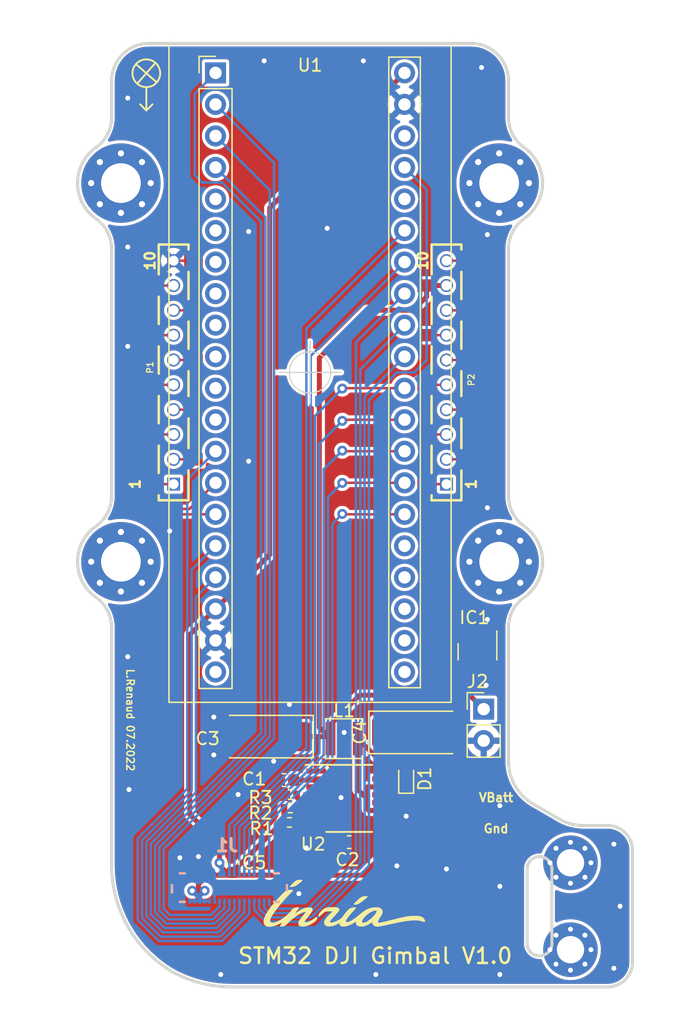
<source format=kicad_pcb>
(kicad_pcb (version 20211014) (generator pcbnew)

  (general
    (thickness 1.6)
  )

  (paper "A4")
  (layers
    (0 "F.Cu" signal)
    (31 "B.Cu" signal)
    (32 "B.Adhes" user "B.Adhesive")
    (33 "F.Adhes" user "F.Adhesive")
    (34 "B.Paste" user)
    (35 "F.Paste" user)
    (36 "B.SilkS" user "B.Silkscreen")
    (37 "F.SilkS" user "F.Silkscreen")
    (38 "B.Mask" user)
    (39 "F.Mask" user)
    (40 "Dwgs.User" user "User.Drawings")
    (41 "Cmts.User" user "User.Comments")
    (42 "Eco1.User" user "User.Eco1")
    (43 "Eco2.User" user "User.Eco2")
    (44 "Edge.Cuts" user)
    (45 "Margin" user)
    (46 "B.CrtYd" user "B.Courtyard")
    (47 "F.CrtYd" user "F.Courtyard")
    (48 "B.Fab" user)
    (49 "F.Fab" user)
    (50 "User.1" user)
    (51 "User.2" user)
    (52 "User.3" user)
    (53 "User.4" user)
    (54 "User.5" user)
    (55 "User.6" user)
    (56 "User.7" user)
    (57 "User.8" user)
    (58 "User.9" user)
  )

  (setup
    (stackup
      (layer "F.SilkS" (type "Top Silk Screen"))
      (layer "F.Paste" (type "Top Solder Paste"))
      (layer "F.Mask" (type "Top Solder Mask") (thickness 0.01))
      (layer "F.Cu" (type "copper") (thickness 0.035))
      (layer "dielectric 1" (type "core") (thickness 1.51) (material "FR4") (epsilon_r 4.5) (loss_tangent 0.02))
      (layer "B.Cu" (type "copper") (thickness 0.035))
      (layer "B.Mask" (type "Bottom Solder Mask") (thickness 0.01))
      (layer "B.Paste" (type "Bottom Solder Paste"))
      (layer "B.SilkS" (type "Bottom Silk Screen"))
      (copper_finish "None")
      (dielectric_constraints no)
    )
    (pad_to_mask_clearance 0)
    (aux_axis_origin 150 100)
    (pcbplotparams
      (layerselection 0x0000030_fffffffe)
      (disableapertmacros false)
      (usegerberextensions false)
      (usegerberattributes true)
      (usegerberadvancedattributes true)
      (creategerberjobfile true)
      (svguseinch false)
      (svgprecision 6)
      (excludeedgelayer true)
      (plotframeref false)
      (viasonmask false)
      (mode 1)
      (useauxorigin false)
      (hpglpennumber 1)
      (hpglpenspeed 20)
      (hpglpendiameter 15.000000)
      (dxfpolygonmode true)
      (dxfimperialunits false)
      (dxfusepcbnewfont true)
      (psnegative false)
      (psa4output false)
      (plotreference true)
      (plotvalue true)
      (plotinvisibletext false)
      (sketchpadsonfab false)
      (subtractmaskfromsilk false)
      (outputformat 3)
      (mirror false)
      (drillshape 0)
      (scaleselection 1)
      (outputdirectory "")
    )
  )

  (net 0 "")
  (net 1 "/M3_PWM3")
  (net 2 "/M3_Fault")
  (net 3 "/M3_PWM2")
  (net 4 "GND")
  (net 5 "/M3_PWM1")
  (net 6 "/M2_Fault")
  (net 7 "/M3_Hall2")
  (net 8 "/M2_PWM3")
  (net 9 "/M3_Hall1")
  (net 10 "/M2_PWM2")
  (net 11 "/M2_Hall2")
  (net 12 "/M2_PWM1")
  (net 13 "/M2_Hall1")
  (net 14 "/M1_Fault")
  (net 15 "/M1_Hall2")
  (net 16 "/M1_PWM3")
  (net 17 "/M1_Hall1")
  (net 18 "/M1_PWM2")
  (net 19 "+5V")
  (net 20 "/M1_PWM1")
  (net 21 "unconnected-(U1-Pad5)")
  (net 22 "unconnected-(U1-Pad6)")
  (net 23 "unconnected-(U1-Pad7)")
  (net 24 "unconnected-(U1-Pad8)")
  (net 25 "unconnected-(U1-Pad9)")
  (net 26 "unconnected-(U1-Pad10)")
  (net 27 "unconnected-(U1-Pad11)")
  (net 28 "unconnected-(U1-Pad12)")
  (net 29 "/SCL")
  (net 30 "/SDA")
  (net 31 "+3V3")
  (net 32 "unconnected-(U1-Pad21)")
  (net 33 "unconnected-(U1-Pad22)")
  (net 34 "unconnected-(U1-Pad23)")
  (net 35 "unconnected-(U1-Pad24)")
  (net 36 "unconnected-(U1-Pad25)")
  (net 37 "unconnected-(U1-Pad36)")
  (net 38 "unconnected-(U1-Pad38)")
  (net 39 "unconnected-(P1-Pad2)")
  (net 40 "unconnected-(P1-Pad3)")
  (net 41 "/ow")
  (net 42 "unconnected-(IC1-Pad2)")
  (net 43 "unconnected-(P1-Pad6)")
  (net 44 "unconnected-(P1-Pad7)")
  (net 45 "unconnected-(P1-Pad8)")
  (net 46 "unconnected-(P1-Pad9)")
  (net 47 "+BATT")
  (net 48 "unconnected-(P2-Pad1)")
  (net 49 "unconnected-(P2-Pad2)")
  (net 50 "unconnected-(P2-Pad3)")
  (net 51 "unconnected-(P2-Pad4)")
  (net 52 "unconnected-(P2-Pad5)")
  (net 53 "unconnected-(P2-Pad6)")
  (net 54 "unconnected-(P2-Pad7)")
  (net 55 "+3V0")
  (net 56 "Net-(C1-Pad1)")
  (net 57 "unconnected-(P2-Pad10)")
  (net 58 "Net-(C2-Pad1)")
  (net 59 "Net-(D1-Pad2)")
  (net 60 "Net-(R2-Pad2)")
  (net 61 "unconnected-(U2-Pad8)")

  (footprint "MountingHole:MountingHole_2.2mm_M2_Pad_Via" (layer "F.Cu") (at 171 139.5))

  (footprint "Capacitor_Tantalum_SMD:CP_EIA-6032-28_Kemet-C" (layer "F.Cu") (at 158.5 129))

  (footprint "Capacitor_SMD:C_0603_1608Metric" (layer "F.Cu") (at 153.1543 137.8375))

  (footprint "Resistor_SMD:R_0402_1005Metric" (layer "F.Cu") (at 148.4043 134 180))

  (footprint "Capacitor_SMD:C_0603_1608Metric" (layer "F.Cu") (at 143.75 139.5 90))

  (footprint "MountingHole:MountingHole_3.2mm_M3_Pad_Via" (layer "F.Cu") (at 134.75 84.75))

  (footprint "Resistor_SMD:R_0402_1005Metric" (layer "F.Cu") (at 148.336 136.25))

  (footprint "DGI_Gimbal:BF090-10-X-B2" (layer "F.Cu") (at 161 100 90))

  (footprint "DGI_Gimbal:BF090-10-X-B2" (layer "F.Cu") (at 139 100 90))

  (footprint "DGI_Gimbal:Inria" (layer "F.Cu") (at 152.75 142.75))

  (footprint "Package_SO:QSOP-16_3.9x4.9mm_P0.635mm" (layer "F.Cu") (at 153.1543 134.3375))

  (footprint "Capacitor_Tantalum_SMD:CP_EIA-6032-28_Kemet-C" (layer "F.Cu") (at 146.5 129.3375 180))

  (footprint "Capacitor_SMD:C_0603_1608Metric" (layer "F.Cu") (at 147.9043 132.8375 180))

  (footprint "MountingHole:MountingHole_3.2mm_M3_Pad_Via" (layer "F.Cu") (at 165.25 84.75))

  (footprint "MountingHole:MountingHole_3.2mm_M3_Pad_Via" (layer "F.Cu") (at 165.25 115.25))

  (footprint "Resistor_SMD:R_0402_1005Metric" (layer "F.Cu") (at 148.4043 135.0875))

  (footprint "Package_TO_SOT_SMD:SOT-23" (layer "F.Cu") (at 163.5 122.5 -90))

  (footprint "Connector_PinHeader_2.54mm:PinHeader_1x02_P2.54mm_Vertical" (layer "F.Cu") (at 164 127.125))

  (footprint "DGI_Gimbal:YAAJ_WeAct_BlackPill_2" (layer "F.Cu") (at 150 100))

  (footprint "Diode_SMD:D_SOD-523" (layer "F.Cu") (at 157.75 132.75 90))

  (footprint "MountingHole:MountingHole_2.2mm_M2_Pad_Via" (layer "F.Cu") (at 171 146.5))

  (footprint "MountingHole:MountingHole_3.2mm_M3_Pad_Via" (layer "F.Cu") (at 134.75 115.25))

  (footprint "Inductor_SMD:L_Taiyo-Yuden_NR-30xx" (layer "F.Cu") (at 152.75 129.5))

  (footprint "DGI_Gimbal:BM20B0834DS04V53" (layer "B.Cu") (at 143.5 141.5 180))

  (gr_line (start 136.8 75.9) (end 137.5 75.1) (layer "F.SilkS") (width 0.15) (tstamp 03089ffd-fc65-4861-bc9b-bf8e950bd9fa))
  (gr_line (start 136.8 75.9) (end 137.6 76.6) (layer "F.SilkS") (width 0.15) (tstamp 3ef29ce0-3c59-4f33-b521-45048e260a27))
  (gr_line (start 136.8 75.9) (end 136.1 76.7) (layer "F.SilkS") (width 0.15) (tstamp 611f7b4e-42d4-4de8-98d6-c2f71764a990))
  (gr_line (start 136.8 75.9) (end 136 75.2) (layer "F.SilkS") (width 0.15) (tstamp 76cfe23c-8d39-4fab-823b-36db34651579))
  (gr_line (start 136.8 78.9) (end 136.3 78.4) (layer "F.SilkS") (width 0.15) (tstamp 76db9461-8ba2-4aa9-b21f-4646483393e9))
  (gr_line (start 136.8 77.018033) (end 136.8 78.9) (layer "F.SilkS") (width 0.15) (tstamp 85fb701d-dbf1-4325-aa50-361701ded904))
  (gr_circle (center 136.8 75.9) (end 135.8 76.4) (layer "F.SilkS") (width 0.15) (fill none) (tstamp 91b4309a-f2dc-45c5-8b3b-e8c2643e0719))
  (gr_line (start 136.8 78.9) (end 137.3 78.4) (layer "F.SilkS") (width 0.15) (tstamp d7005e8a-bd34-461b-9bff-1cf04ce44037))
  (gr_line (start 174 136.5) (end 172.071797 136.5) (layer "Edge.Cuts") (width 0.25) (tstamp 00824726-46cf-4724-8df2-66866c033c1a))
  (gr_line (start 143.679492 149.5) (end 174 149.5) (layer "Edge.Cuts") (width 0.25) (tstamp 073fd96f-bd35-4ab3-8558-cfde33b1259f))
  (gr_arc (start 134 79.44081) (mid 133.663857 80.820606) (end 132.730769 81.891205) (layer "Edge.Cuts") (width 0.25) (tstamp 0aa4c179-6804-45cc-9fec-e9c691b3ef6a))
  (gr_arc (start 134 76.5) (mid 134.87868 74.37868) (end 137 73.5) (layer "Edge.Cuts") (width 0.25) (tstamp 0b5033fa-b8b8-4696-b834-f45deb05ccfc))
  (gr_arc (start 167.5 140) (mid 168.5 139) (end 169.5 140) (layer "Edge.Cuts") (width 0.25) (tstamp 14b2a150-3c3d-4b24-aaa7-9530a2b5f651))
  (gr_arc (start 167.269231 81.891205) (mid 166.336136 80.82061) (end 166 79.44081) (layer "Edge.Cuts") (width 0.25) (tstamp 1e3f409f-9d68-44d3-aff4-07ea339822f5))
  (gr_arc (start 134 109.94081) (mid 133.663857 111.320606) (end 132.730769 112.391205) (layer "Edge.Cuts") (width 0.25) (tstamp 2e29614c-76ef-4164-85a7-acd28c37cdd1))
  (gr_arc (start 167.269231 81.891205) (mid 168.75 84.75) (end 167.269231 87.608795) (layer "Edge.Cuts") (width 0.25) (tstamp 33eb573c-808d-4761-a1d9-2d758d748230))
  (gr_line (start 169.5 146) (end 169.5 140) (layer "Edge.Cuts") (width 0.25) (tstamp 341fb2ee-c6cb-437e-923e-62421aeea002))
  (gr_line (start 170.071797 135.964102) (end 168 134.767949) (layer "Edge.Cuts") (width 0.25) (tstamp 348bc79d-a763-4d60-a15d-0b5d5ef346aa))
  (gr_line (start 176 147.5) (end 176 138.5) (layer "Edge.Cuts") (width 0.25) (tstamp 36e98038-75f3-4d9b-b74d-d3d7124a5298))
  (gr_line (start 166 131.303848) (end 166 120.55919) (layer "Edge.Cuts") (width 0.25) (tstamp 3790e2fa-29cb-40a4-9c79-763cce1043e8))
  (gr_arc (start 163 73.5) (mid 165.12132 74.37868) (end 166 76.5) (layer "Edge.Cuts") (width 0.25) (tstamp 43fe2068-cc0b-435e-9fd4-818614d72286))
  (gr_arc (start 132.730769 118.108795) (mid 133.663864 119.17939) (end 134 120.55919) (layer "Edge.Cuts") (width 0.25) (tstamp 44148c2f-96e8-4b1d-b3d9-3391562684a8))
  (gr_arc (start 166 90.05919) (mid 166.336143 88.679394) (end 167.269231 87.608795) (layer "Edge.Cuts") (width 0.25) (tstamp 480dd0cc-55f5-48ef-8da3-2c9447508818))
  (gr_arc (start 168 134.767949) (mid 166.535881 133.303852) (end 166 131.303848) (layer "Edge.Cuts") (width 0.25) (tstamp 501aa165-5ab4-4ebb-be4f-40a9515be6d6))
  (gr_arc (start 132.730769 118.108795) (mid 131.25 115.25) (end 132.730769 112.391205) (layer "Edge.Cuts") (width 0.25) (tstamp 5777907e-c196-4994-94af-c8bf957c26df))
  (gr_line (start 166 109.94081) (end 166 90.05919) (layer "Edge.Cuts") (width 0.25) (tstamp 57f8009a-2646-42ab-b382-5674ea26c4a2))
  (gr_arc (start 132.730769 87.608795) (mid 131.25 84.75) (end 132.730769 81.891205) (layer "Edge.Cuts") (width 0.25) (tstamp 6aeb094d-8f19-4712-b421-49a2ff93969f))
  (gr_line (start 134 76.5) (end 134 79.44081) (layer "Edge.Cuts") (width 0.25) (tstamp 6da44851-27fb-4a27-ac89-d5c5d148f193))
  (gr_arc (start 167.269231 112.391205) (mid 166.336136 111.32061) (end 166 109.94081) (layer "Edge.Cuts") (width 0.25) (tstamp 7100bacf-0ad5-463d-a9ad-ab471ca70b86))
  (gr_arc (start 166 120.55919) (mid 166.336143 119.179394) (end 167.269231 118.108795) (layer "Edge.Cuts") (width 0.25) (tstamp 7d687642-f69e-4c8c-9978-56dd37af8f9b))
  (gr_arc (start 169.5 146) (mid 168.5 147) (end 167.5 146) (layer "Edge.Cuts") (width 0.25) (tstamp 9546ea45-8432-47b8-911d-5194c6bd90a5))
  (gr_arc (start 132.730769 87.608795) (mid 133.663864 88.67939) (end 134 90.05919) (layer "Edge.Cuts") (width 0.25) (tstamp b137633c-4fa5-40eb-a11a-b3a4d2c76a70))
  (gr_arc (start 176 147.5) (mid 175.414214 148.914214) (end 174 149.5) (layer "Edge.Cuts") (width 0.25) (tstamp b91a7274-01c0-4174-93d7-33c25294f2a6))
  (gr_arc (start 174 136.5) (mid 175.414214 137.085786) (end 176 138.5) (layer "Edge.Cuts") (width 0.25) (tstamp bb27c4a8-d58e-4c64-9502-0f15c15c3b43))
  (gr_line (start 167.5 140) (end 167.5 146) (layer "Edge.Cuts") (width 0.25) (tstamp c6d73e69-f2c5-4e39-a783-7aac0db885ed))
  (gr_line (start 134 120.55919) (end 134 139.685045) (layer "Edge.Cuts") (width 0.25) (tstamp d2bb3c14-a70d-482c-84c0-91cf864b3430))
  (gr_line (start 134 90.05919) (end 134 109.94081) (layer "Edge.Cuts") (width 0.25) (tstamp d38048de-6bc1-48b1-a88e-c99cd97b0ca9))
  (gr_arc (start 172.071797 136.5) (mid 171.036521 136.363703) (end 170.071797 135.964102) (layer "Edge.Cuts") (width 0.25) (tstamp d760aabc-95af-4384-8d5b-5f2c315a734d))
  (gr_line (start 166 79.44081) (end 166 76.5) (layer "Edge.Cuts") (width 0.25) (tstamp d9b5d9ba-9d64-41df-a74b-ac3b6987e2ab))
  (gr_line (start 163 73.5) (end 137 73.5) (layer "Edge.Cuts") (width 0.25) (tstamp db03d595-dc8c-4a5e-bc67-8e600042e5fa))
  (gr_arc (start 138.840602 148.251294) (mid 135.293855 144.6047) (end 134 139.685045) (layer "Edge.Cuts") (width 0.25) (tstamp e3ac2b19-d9ff-4201-b994-6c175c1d32ca))
  (gr_arc (start 167.269231 112.391205) (mid 168.75 115.25) (end 167.269231 118.108795) (layer "Edge.Cuts") (width 0.25) (tstamp ee0ae4da-5f58-4828-aa71-5361aaf59f9c))
  (gr_arc (start 143.679492 149.5) (mid 141.180787 149.182791) (end 138.840602 148.251294) (layer "Edge.Cuts") (width 0.25) (tstamp fae18970-0eb5-4b3d-885b-108e72d45e32))
  (gr_text "STM32 DJI Gimbal V1.0\n" (at 155.25 147) (layer "F.SilkS") (tstamp 1c102a47-54ae-434c-b42c-6868739953c4)
    (effects (font (size 1.25 1.25) (thickness 0.2)))
  )
  (gr_text "Gnd" (at 165 136.75) (layer "F.SilkS") (tstamp 239352ce-f85f-4418-91ea-236f468a2cb4)
    (effects (font (size 0.7 0.7) (thickness 0.15)))
  )
  (gr_text "VBatt" (at 165 134.25) (layer "F.SilkS") (tstamp ab6e86d5-a0aa-4a67-9416-462efe4ffe34)
    (effects (font (size 0.7 0.7) (thickness 0.15)))
  )
  (gr_text "L.Renaud 07.2022" (at 135.5 128 270) (layer "F.SilkS") (tstamp d1b5a478-66d4-44de-b416-a298a27aa5a0)
    (effects (font (size 0.6 0.6) (thickness 0.12)))
  )
  (target plus (at 150 100) (size 5) (width 0.1) (layer "Edge.Cuts") (tstamp 51752aa5-cdf6-4e14-893b-99c44e4b3f4e))

  (segment (start 153.7 139.3) (end 153.7 97.57) (width 0.2) (layer "B.Cu") (net 1) (tstamp 343737ac-7041-4585-bf68-a4ca3190b804))
  (segment (start 153.7 97.57) (end 157.62 93.65) (width 0.2) (layer "B.Cu") (net 1) (tstamp 6a8ae0ae-57ec-474a-b98b-e29617014806))
  (segment (start 146.7 142.9) (end 147 143.2) (width 0.2) (layer "B.Cu") (net 1) (tstamp 6d4ed5a6-dc1c-409e-8685-2287cad3dbaf))
  (segment (start 149.8 143.2) (end 153.7 139.3) (width 0.2) (layer "B.Cu") (net 1) (tstamp 9bd0f411-9229-4b34-a548-a0d2617202d5))
  (segment (start 147 143.2) (end 149.8 143.2) (width 0.2) (layer "B.Cu") (net 1) (tstamp e9716265-9080-4195-8f05-1b63a33b83b3))
  (segment (start 146.7 142.59) (end 146.7 142.9) (width 0.2) (layer "B.Cu") (net 1) (tstamp fca9cda3-9504-4ee0-aaff-41f486e049d7))
  (segment (start 157.62 111.43) (end 152.63 111.43) (width 0.2) (layer "F.Cu") (net 2) (tstamp 06538c82-7ea5-4da6-a30b-f47c5b701109))
  (segment (start 152.63 111.43) (end 152.6 111.4) (width 0.2) (layer "F.Cu") (net 2) (tstamp d2762f77-b3fb-4ef3-9a2e-5d5ef1675f5a))
  (via (at 152.6 111.4) (size 0.8) (drill 0.4) (layers "F.Cu" "B.Cu") (net 2) (tstamp a0c8ca57-9232-45a1-802e-67c03e8d3df7))
  (segment (start 146.7 140.41) (end 146.7 136.2) (width 0.2) (layer "B.Cu") (net 2) (tstamp 48179ea5-f9e9-4c72-a7e1-ad809371c105))
  (segment (start 146.7 136.2) (end 151.8 131.1) (width 0.2) (layer "B.Cu") (net 2) (tstamp 90496c8f-3f08-4e38-8731-ade90847258a))
  (segment (start 151.8 131.1) (end 151.8 112.2) (width 0.2) (layer "B.Cu") (net 2) (tstamp e3bb7f81-59d7-4600-ad97-bf8552ddda7e))
  (segment (start 151.8 112.2) (end 152.6 111.4) (width 0.2) (layer "B.Cu") (net 2) (tstamp f1164718-c7ec-4b9b-bc74-64ba183e4065))
  (segment (start 146.749511 143.549511) (end 146.3 143.1) (width 0.2) (layer "B.Cu") (net 3) (tstamp 0fc7547d-d278-4513-a963-ebb37e9b73e8))
  (segment (start 153.849519 139.644777) (end 150.094296 143.4) (width 0.2) (layer "B.Cu") (net 3) (tstamp 30e12bc1-0c7d-44fa-8314-39dd79af88ca))
  (segment (start 157.62 96.19) (end 154.049511 99.760489) (width 0.2) (layer "B.Cu") (net 3) (tstamp 58be3eb8-6fc1-43ae-b8a0-2cacfe31412f))
  (segment (start 149.944772 143.549511) (end 146.749511 143.549511) (width 0.2) (layer "B.Cu") (net 3) (tstamp 5b16f041-7792-41c3-b7f3-30282b35a90a))
  (segment (start 154.049511 139.444773) (end 153.849519 139.644765) (width 0.2) (layer "B.Cu") (net 3) (tstamp 5ef53b27-7caf-4f09-9fec-b4ddd272e55c))
  (segment (start 146.3 143.1) (end 146.3 142.59) (width 0.2) (layer "B.Cu") (net 3) (tstamp 8134f76f-fe0c-47ae-a3d1-ff5c114183d9))
  (segment (start 150.094284 143.4) (end 149.944772 143.549511) (width 0.2) (layer "B.Cu") (net 3) (tstamp 8e5402ff-2c34-41da-a762-f223c51fd02f))
  (segment (start 150.094296 143.4) (end 150.094284 143.4) (width 0.2) (layer "B.Cu") (net 3) (tstamp b70eae13-cabd-4355-ba86-9f8c53949bec))
  (segment (start 153.849519 139.644765) (end 153.849519 139.644777) (width 0.2) (layer "B.Cu") (net 3) (tstamp ea3d032a-505d-494d-9452-8b030e367c31))
  (segment (start 154.049511 99.760489) (end 154.049511 139.444773) (width 0.2) (layer "B.Cu") (net 3) (tstamp f11d7083-3f92-4c12-ac6d-82ec4657374e))
  (segment (start 155.8086 134.655) (end 157.0086 134.655) (width 0.4) (layer "F.Cu") (net 4) (tstamp 0c74cb2b-976a-4f76-a4e5-2e5e53f6d2ed))
  (segment (start 150.5 134.02) (end 152.27 134.02) (width 0.4) (layer "F.Cu") (net 4) (tstamp 56024489-e761-47ea-83df-e97aaf97efd5))
  (segment (start 157.575 135.925) (end 157.75 135.75) (width 0.4) (layer "F.Cu") (net 4) (tstamp 63eb51eb-c813-4639-8952-7b46d8159515))
  (segment (start 157.75 135.3964) (end 157.75 135.75) (width 0.4) (layer "F.Cu") (net 4) (tstamp 6a916e25-7682-42d4-b49e-d6ff891c1474))
  (segment (start 152.27 134.02) (end 152.5 134.25) (width 0.4) (layer "F.Cu") (net 4) (tstamp 8b1a64c4-925c-4797-9f0c-da1e1d52413f))
  (segment (start 138.94 91) (end 140.54 91) (width 0.2) (layer "F.Cu") (net 4) (tstamp 8bd7c959-0f76-4414-b2e1-1e2d49d8b269))
  (segment (start 157.0086 134.655) (end 157.75 135.3964) (width 0.4) (layer "F.Cu") (net 4) (tstamp afe8c132-3fc8-4563-a639-b996aa201312))
  (segment (start 155.8086 135.925) (end 157.575 135.925) (width 0.4) (layer "F.Cu") (net 4) (tstamp e8f39ce3-8272-4a4e-b6d0-9c2c12888ccf))
  (via (at 149.098 141.986) (size 0.8) (drill 0.4) (layers "F.Cu" "B.Cu") (free) (net 4) (tstamp 0c0bd04a-5130-45e2-a43f-d6f5afc3ec5f))
  (via (at 142.24 127.762) (size 0.8) (drill 0.4) (layers "F.Cu" "B.Cu") (free) (net 4) (tstamp 1135c5d5-7ced-42c0-99af-b6b3a6c904e6))
  (via (at 146.3 74.9) (size 0.8) (drill 0.4) (layers "F.Cu" "B.Cu") (free) (net 4) (tstamp 1191e882-1b58-40f9-85e1-0be789bf4f9b))
  (via (at 139.5 139.1) (size 0.8) (drill 0.4) (layers "F.Cu" "B.Cu") (free) (net 4) (tstamp 14120b75-d850-468c-8194-4559cd54a031))
  (via (at 157 139.75) (size 0.8) (drill 0.4) (layers "F.Cu" "B.Cu") (free) (net 4) (tstamp 1a549be8-c6de-4b98-94d1-6b56d2296997))
  (via (at 135.3 77.9) (size 0.8) (drill 0.4) (layers "F.Cu" "B.Cu") (free) (net 4) (tstamp 1a621e8d-a430-4485-8b13-46273aeb35be))
  (via (at 151.384 88.392) (size 0.8) (drill 0.4) (layers "F.Cu" "B.Cu") (free) (net 4) (tstamp 1d50c0aa-dccf-43f8-b810-e32536f67739))
  (via (at 161 140) (size 0.8) (drill 0.4) (layers "F.Cu" "B.Cu") (free) (net 4) (tstamp 24d0c3a6-124f-4425-ac7b-f3c0cb36c272))
  (via (at 145.05 107.15) (size 0.8) (drill 0.4) (layers "F.Cu" "B.Cu") (free) (net 4) (tstamp 28e15989-5385-427e-a9a7-25fddc57d8c9))
  (via (at 142.24 130.81) (size 0.8) (drill 0.4) (layers "F.Cu" "B.Cu") (free) (net 4) (tstamp 39a053ae-d9e7-45ec-b38a-30991e38b967))
  (via (at 152.5 134.25) (size 0.8) (drill 0.4) (layers "F.Cu" "B.Cu") (free) (net 4) (tstamp 4101bb67-fb27-4a12-9995-a64ec86cf847))
  (via (at 142.8 148.5) (size 0.8) (drill 0.4) (layers "F.Cu" "B.Cu") (free) (net 4) (tstamp 4d21ea87-48e9-4363-8b6d-c4d644bf3d11))
  (via (at 147.066 131.318) (size 0.8) (drill 0.4) (layers "F.Cu" "B.Cu") (free) (net 4) (tstamp 51fd411f-db63-4ef1-b304-b19b61caddf7))
  (via (at 144.2 134) (size 0.8) (drill 0.4) (layers "F.Cu" "B.Cu") (free) (net 4) (tstamp 54da2f57-eedc-472c-938b-2fcb901a4b50))
  (via (at 157.75 135.75) (size 0.8) (drill 0.4) (layers "F.Cu" "B.Cu") (free) (net 4) (tstamp 55678221-4b34-45ca-adc6-2da6986df247))
  (via (at 174.5 148) (size 0.8) (drill 0.4) (layers "F.Cu" "B.Cu") (free) (net 4) (tstamp 5a335208-2c93-4e4f-ae3d-c15428aaf6eb))
  (via (at 135.3 97.9) (size 0.8) (drill 0.4) (layers "F.Cu" "B.Cu") (free) (net 4) (tstamp 5f1b7a67-342f-47e1-b241-4db041594e00))
  (via (at 135.3 89.9) (size 0.8) (drill 0.4) (layers "F.Cu" "B.Cu") (free) (net 4) (tstamp 638597a2-759c-4a8f-8fae-1ccfab501693))
  (via (at 155.3 148.5) (size 0.8) (drill 0.4) (layers "F.Cu" "B.Cu") (free) (net 4) (tstamp 63f01817-74e6-44ed-a07a-2209c667c863))
  (via (at 149.7 138.3) (size 0.8) (drill 0.4) (layers "F.Cu" "B.Cu") (free) (net 4) (tstamp 6ea39889-fdf9-4687-848f-87be19b4312a))
  (via (at 165.3 141.4) (size 0.8) (drill 0.4) (layers "F.Cu" "B.Cu") (free) (net 4) (tstamp 6f9d4be2-c3c2-4e0c-bd6c-481254301664))
  (via (at 175 143) (size 0.8) (drill 0.4) (layers "F.Cu" "B.Cu") (free) (net 4) (tstamp 71aea535-e544-4bbf-9303-ac0095de444b))
  (via (at 135.3 122.9) (size 0.8) (drill 0.4) (layers "F.Cu" "B.Cu") (free) (net 4) (tstamp 73c30f9b-9d80-4a14-8639-f9eba2dca702))
  (via (at 145.05 88.65) (size 0.8) (drill 0.4) (layers "F.Cu" "B.Cu") (free) (net 4) (tstamp 756c9db8-342b-4620-93c3-0d2ce81e3931))
  (via (at 164.3 119.9) (size 0.8) (drill 0.4) (layers "F.Cu" "B.Cu") (free) (net 4) (tstamp 79c09817-c1ac-4281-94f6-c1eaa8bf7ae5))
  (via (at 135.4 133.6) (size 0.8) (drill 0.4) (layers "F.Cu" "B.Cu") (free) (net 4) (tstamp 9503ffac-b12d-42a7-be96-cc03227bb761))
  (via (at 164.3 110.9) (size 0.8) (drill 0.4) (layers "F.Cu" "B.Cu") (free) (net 4) (tstamp ace98139-9e5c-46c1-ba03-cc1692ce9984))
  (via (at 163.83 75.438) (size 0.8) (drill 0.4) (layers "F.Cu" "B.Cu") (free) (net 4) (tstamp b0dbb33b-be84-4db4-843f-9896aaa6d439))
  (via (at 164.3 88.9) (size 0.8) (drill 0.4) (layers "F.Cu" "B.Cu") (free) (net 4) (tstamp c2f6de18-6450-45a1-b71c-b13023a205fe))
  (via (at 174.5 138) (size 0.8) (drill 0.4) (layers "F.Cu" "B.Cu") (free) (net 4) (tstamp cc6e7b98-5f1b-4ede-914d-147822f8fe12))
  (via (at 165.3 148.5) (size 0.8) (drill 0.4) (layers "F.Cu" "B.Cu") (free) (net 4) (tstamp cdae78c2-3796-454e-9991-4d6264ea222c))
  (via (at 164.2 125.2) (size 0.8) (drill 0.4) (layers "F.Cu" "B.Cu") (free) (net 4) (tstamp cedeec15-a96b-49fe-af12-34c86751ecbf))
  (via (at 152.75 129) (size 0.8) (drill 0.4) (layers "F.Cu" "B.Cu") (free) (net 4) (tstamp d2b4bdde-3bf3-46df-91dc-d761591c3914))
  (via (at 148.336 126.746) (size 0.8) (drill 0.4) (layers "F.Cu" "B.Cu") (free) (net 4) (tstamp d431cd8d-6a71-4ff9-8d1b-ca748b20b0f8))
  (via (at 165.3 134.9) (size 0.8) (drill 0.4) (layers "F.Cu" "B.Cu") (free) (net 4) (tstamp d58a1a7a-c846-47ae-bbc9-796938287d80))
  (via (at 138.684 112.776) (size 0.8) (drill 0.4) (layers "F.Cu" "B.Cu") (free) (net 4) (tstamp d9a2c9e0-af65-4fec-8dbd-5e7565a66f13))
  (via (at 154.3 74.9) (size 0.8) (drill 0.4) (layers "F.Cu" "B.Cu") (free) (net 4) (tstamp ec87612d-b3cc-4af6-8031-065c14b5a6d5))
  (via (at 141 139) (size 0.8) (drill 0.4) (layers "F.Cu" "B.Cu") (free) (net 4) (tstamp fb1e4059-1049-4549-abc8-7bc851a87b5a))
  (segment (start 142.3 140.41) (end 140.3 140.41) (width 0.2) (layer "B.Cu") (net 4) (tstamp 1004d08c-c732-4ad4-907a-fb9b3fb6ac43))
  (segment (start 147.185 141.3) (end 147.91 140.575) (width 0.2) (layer "B.Cu") (net 4) (tstamp 1064b3b8-9b9a-42df-baa7-318157ad4984))
  (segment (start 142.3 142.59) (end 142.3 140.41) (width 0.2) (layer "B.Cu") (net 4) (tstamp 39529687-0a7d-4895-934b-85b70061147d))
  (segment (start 146.09 140.41) (end 145.9 140.41) (width 0.2) (layer "B.Cu") (net 4) (tstamp 5003db7d-1423-48c5-a9bc-7acca878f914))
  (segment (start 146.09 140.41) (end 146.09 141.09) (width 0.2) (layer "B.Cu") (net 4) (tstamp 50b5bd75-3077-4695-946d-0640a2b9b2d1))
  (segment (start 139.09 140.575) (end 139.255 140.41) (width 0.2) (layer "B.Cu") (net 4) (tstamp 7fda1270-95da-4e26-82d0-112e16bb460a))
  (segment (start 146.3 141.3) (end 147.185 141.3) (width 0.2) (layer "B.Cu") (net 4) (tstamp da96dceb-89e7-41d0-919f-76fd30ee77f0))
  (segment (start 146.3 140.41) (end 146.09 140.41) (width 0.2) (layer "B.Cu") (net 4) (tstamp dcbbb7da-7c41-42b0-aee3-f32380cd0901))
  (segment (start 139.255 140.41) (end 140.3 140.41) (width 0.2) (layer "B.Cu") (net 4) (tstamp f6c3b837-57f5-4f14-bc29-e8e903fabdef))
  (segment (start 146.09 141.09) (end 146.3 141.3) (width 0.2) (layer "B.Cu") (net 4) (tstamp ff171931-86df-4676-a3b3-6a847ce1a0d4))
  (segment (start 154.399022 101.950978) (end 157.62 98.73) (width 0.2) (layer "B.Cu") (net 5) (tstamp 0744afda-1361-416c-bb51-9599b02803ac))
  (segment (start 146.604739 143.899022) (end 150.089544 143.899022) (width 0.2) (layer "B.Cu") (net 5) (tstamp 0881572c-4c06-4c9f-95c9-e23856dd5c7d))
  (segment (start 150.25048 143.74952) (end 154.2 139.8) (width 0.2) (layer "B.Cu") (net 5) (tstamp 214415bf-5f39-4c82-a60a-ce16bda86ca1))
  (segment (start 145.9 143.194284) (end 146.604739 143.899022) (width 0.2) (layer "B.Cu") (net 5) (tstamp 2e667a38-2104-4cdc-9fb5-d95540b86dfb))
  (segment (start 154.399022 139.589545) (end 154.399022 101.950978) (width 0.2) (layer "B.Cu") (net 5) (tstamp 452cf69b-362b-402f-86ca-447c2a810cbe))
  (segment (start 145.9 142.59) (end 145.9 143.194284) (width 0.2) (layer "B.Cu") (net 5) (tstamp 958d17ec-6b56-4dec-a63b-65ef45b55fef))
  (segment (start 154.2 139.788567) (end 154.399022 139.589545) (width 0.2) (layer "B.Cu") (net 5) (tstamp baf08ca4-7abe-491c-85cc-6ccbc4866621))
  (segment (start 150.239045 143.74952) (end 150.25048 143.74952) (width 0.2) (layer "B.Cu") (net 5) (tstamp cd1474d0-1317-4fc6-9d54-7af5a85a72ff))
  (segment (start 154.2 139.8) (end 154.2 139.788567) (width 0.2) (layer "B.Cu") (net 5) (tstamp ee4fdec0-a139-4c19-96b0-5f04cc0a26fb))
  (segment (start 150.089544 143.899022) (end 150.239045 143.74952) (width 0.2) (layer "B.Cu") (net 5) (tstamp fa935482-b160-4182-8873-36334fa35ef0))
  (segment (start 154.549519 139.950481) (end 154.549519 139.933332) (width 0.2) (layer "B.Cu") (net 6) (tstamp 04751f94-3381-40a3-b134-354c73d34f54))
  (segment (start 154.748533 139.734317) (end 154.748533 102.251467) (width 0.2) (layer "B.Cu") (net 6) (tstamp 11665e6e-057a-445e-8a5e-7430c9c79660))
  (segment (start 159.4 99) (end 159.4 85.27) (width 0.2) (layer "B.Cu") (net 6) (tstamp 12a238d5-ee36-4085-b9eb-79e3ed792ab7))
  (segment (start 158.4 100) (end 159.4 99) (width 0.2) (layer "B.Cu") (net 6) (tstamp 35e74541-14cd-4051-bb4c-d0a7bdf35845))
  (segment (start 145.5 142.59) (end 145.5 143.3) (width 0.2) (layer "B.Cu") (net 6) (tstamp 36325efb-0a77-4065-957d-afb96f01006f))
  (segment (start 159.4 85.27) (end 157.62 83.49) (width 0.2) (layer "B.Cu") (net 6) (tstamp 43b1e255-8716-480b-97ca-7a773a41eed8))
  (segment (start 150.251467 144.248533) (end 154.549519 139.950481) (width 0.2) (layer "B.Cu") (net 6) (tstamp 4c8f8d2c-705c-4e6c-b2d0-043f01664b1b))
  (segment (start 154.549519 139.933332) (end 154.748533 139.734317) (width 0.2) (layer "B.Cu") (net 6) (tstamp 4d3b6eef-d9fe-42f3-aee9-83ca683a404b))
  (segment (start 157 100) (end 158.4 100) (width 0.2) (layer "B.Cu") (net 6) (tstamp 739cd88a-2fb3-4d4a-8359-ad71975e92b7))
  (segment (start 154.748533 102.251467) (end 157 100) (width 0.2) (layer "B.Cu") (net 6) (tstamp bcecd244-f8aa-407c-aeaa-64b896544a74))
  (segment (start 145.5 143.3) (end 146.448533 144.248533) (width 0.2) (layer "B.Cu") (net 6) (tstamp bd1566dd-e256-4479-9339-c0ca38ad5538))
  (segment (start 146.448533 144.248533) (end 150.251467 144.248533) (width 0.2) (layer "B.Cu") (net 6) (tstamp d8eb9cf3-a417-47b2-bc4f-ff3f03ec6392))
  (segment (start 157.62 108.89) (end 152.61 108.89) (width 0.2) (layer "F.Cu") (net 7) (tstamp 14c53090-7f5c-4e51-b730-49cfcf314713))
  (segment (start 152.61 108.89) (end 152.6 108.9) (width 0.2) (layer "F.Cu") (net 7) (tstamp 9b661b14-5482-40d8-bf83-d7f8aa4f78e3))
  (via (at 152.6 108.9) (size 0.8) (drill 0.4) (layers "F.Cu" "B.Cu") (net 7) (tstamp 5e515ad5-c454-4d28-9fdd-b95a2c1c17aa))
  (segment (start 145.5 140.41) (end 145.5 136.905716) (width 0.2) (layer "B.Cu") (net 7) (tstamp 7ae52999-3fab-41c0-97e8-dc9490907519))
  (segment (start 145.5 136.905716) (end 151.450489 130.955227) (width 0.2) (layer "B.Cu") (net 7) (tstamp bd50907f-c24f-44f9-8165-18223048ed80))
  (segment (start 151.450489 110.049511) (end 152.6 108.9) (width 0.2) (layer "B.Cu") (net 7) (tstamp d3c65815-c286-403e-95c0-6c83db2672cd))
  (segment (start 151.450489 130.955227) (end 151.450489 110.049511) (width 0.2) (layer "B.Cu") (net 7) (tstamp fa5a1490-94e9-403c-8c58-c890e82c4938))
  (segment (start 136.102934 144.091525) (end 136.102934 137.531365) (width 0.2) (layer "B.Cu") (net 8) (tstamp 15d1794f-8724-4fac-84fb-ac1b89bdcfee))
  (segment (start 145.1 143.6) (end 142.899998 145.8) (width 0.2) (layer "B.Cu") (net 8) (tstamp 346c1439-2462-4a70-a014-a4e4e14b5ebb))
  (segment (start 145.1 142.59) (end 145.1 143.6) (width 0.2) (layer "B.Cu") (net 8) (tstamp 711965c3-baf7-4971-977c-c61c2418ec16))
  (segment (start 142.899998 145.8) (end 137.811409 145.8) (width 0.2) (layer "B.Cu") (net 8) (tstamp 718e381f-e08b-4163-996f-b1c0a0e085a7))
  (segment (start 140.1 108.63) (end 142.38 106.35) (width 0.2) (layer "B.Cu") (net 8) (tstamp 7354793e-0fdf-408d-9c02-e85cd6c382eb))
  (segment (start 137.811409 145.8) (end 136.102934 144.091525) (width 0.2) (layer "B.Cu") (net 8) (tstamp 8e8d7b71-985f-417a-a771-53c9fd25d31d))
  (segment (start 140.1 133.534299) (end 140.1 108.63) (width 0.2) (layer "B.Cu") (net 8) (tstamp 97c9a9d8-256f-4eef-b0d6-5162878f58ec))
  (segment (start 136.102934 137.531365) (end 140.1 133.534299) (width 0.2) (layer "B.Cu") (net 8) (tstamp f8b2c793-244d-449d-a37f-28ad059e43b4))
  (segment (start 157.62 106.35) (end 152.65 106.35) (width 0.2) (layer "F.Cu") (net 9) (tstamp 16043337-dcc2-4a45-baf7-d9d27cf65604))
  (segment (start 152.65 106.35) (end 152.6 106.3) (width 0.2) (layer "F.Cu") (net 9) (tstamp e4b42dbc-9195-4caa-9b39-f593178e83e8))
  (via (at 152.6 106.3) (size 0.8) (drill 0.4) (layers "F.Cu" "B.Cu") (net 9) (tstamp ac9cd087-32de-4fcf-a24d-f9ea69bf38fb))
  (segment (start 145.1 140.41) (end 145.1 136.811432) (width 0.2) (layer "B.Cu") (net 9) (tstamp 3c320b69-5efb-4749-a64f-7b469c442930))
  (segment (start 151.100978 130.810454) (end 151.100979 107.799021) (width 0.2) (layer "B.Cu") (net 9) (tstamp 5a69025e-8527-4327-b206-d9ee82c689b8))
  (segment (start 151.100979 107.799021) (end 152.6 106.3) (width 0.2) (layer "B.Cu") (net 9) (tstamp ce876495-451b-49cf-a06a-fbdf54b20268))
  (segment (start 145.1 136.811432) (end 151.100978 130.810454) (width 0.2) (layer "B.Cu") (net 9) (tstamp dd7f1006-ed5b-4d8f-9470-857b5e061df9))
  (segment (start 136.452447 143.946743) (end 136.452447 137.676135) (width 0.2) (layer "B.Cu") (net 10) (tstamp 04e64ca6-417e-407f-bdd5-7b76028c150e))
  (segment (start 140.45048 115.89952) (end 142.38 113.97) (width 0.2) (layer "B.Cu") (net 10) (tstamp 2d7d56a7-47ae-4bb3-a1bf-cc0e5fd0fa8b))
  (segment (start 136.452447 137.676135) (end 140.45048 133.678102) (width 0.2) (layer "B.Cu") (net 10) (tstamp 355be12c-c1fb-42ad-bc83-f63da36b2bf1))
  (segment (start 142.755226 145.450489) (end 137.956193 145.450489) (width 0.2) (layer "B.Cu") (net 10) (tstamp 3fd8a82e-9219-4725-9ef9-827c62578c64))
  (segment (start 144.7 142.59) (end 144.7 143.505716) (width 0.2) (layer "B.Cu") (net 10) (tstamp 5bd7b9d8-4599-4bbb-bdee-5f4f710ccc6b))
  (segment (start 144.7 143.505716) (end 142.755226 145.450489) (width 0.2) (layer "B.Cu") (net 10) (tstamp ab746f38-b65a-4a37-ba04-ce83059b31bf))
  (segment (start 140.45048 133.678102) (end 140.45048 115.89952) (width 0.2) (layer "B.Cu") (net 10) (tstamp ae2c9252-c2d0-4e09-8086-f7c47deeb71e))
  (segment (start 137.956193 145.450489) (end 136.452447 143.946743) (width 0.2) (layer "B.Cu") (net 10) (tstamp c77e457d-2c81-4c17-bdd6-ea6c3723f1a2))
  (segment (start 157.62 103.81) (end 152.69 103.81) (width 0.2) (layer "F.Cu") (net 11) (tstamp 0d89d8e8-a085-4114-b181-121519648fbb))
  (segment (start 152.69 103.81) (end 152.6 103.9) (width 0.2) (layer "F.Cu") (net 11) (tstamp f4b2439a-aac8-451d-be34-c2d59ab6da42))
  (via (at 152.6 103.9) (size 0.8) (drill 0.4) (layers "F.Cu" "B.Cu") (net 11) (tstamp 0f83763d-663a-4a00-a5e6-8530d58a32c4))
  (segment (start 144.7 136.717148) (end 150.751467 130.665681) (width 0.2) (layer "B.Cu") (net 11) (tstamp 5db529d2-65b0-4541-901e-7792d8f4887f))
  (segment (start 150.751469 105.748531) (end 152.6 103.9) (width 0.2) (layer "B.Cu") (net 11) (tstamp 713d78e5-dc28-4eff-b0be-732fcb376761))
  (segment (start 150.751467 130.665681) (end 150.751469 105.748531) (width 0.2) (layer "B.Cu") (net 11) (tstamp dab4b1a9-0fe1-4e65-b86e-52f527c10522))
  (segment (start 144.7 140.41) (end 144.7 136.717148) (width 0.2) (layer "B.Cu") (net 11) (tstamp e240fe82-0637-496a-b6b8-9cf00c85bf60))
  (segment (start 142.610454 145.100978) (end 138.123845 145.100978) (width 0.2) (layer "B.Cu") (net 12) (tstamp 1586c2aa-37f6-4122-9353-aa95d0ff209c))
  (segment (start 136.801956 137.820909) (end 140.8 133.822865) (width 0.2) (layer "B.Cu") (net 12) (tstamp 5d1fca44-6a09-4951-bd0a-33200857e047))
  (segment (start 138.123845 145.100978) (end 136.801956 143.779089) (width 0.2) (layer "B.Cu") (net 12) (tstamp 89a1399f-5b6f-4020-84c5-139a7d76dfbc))
  (segment (start 140.8 133.822865) (end 140.8 118.09) (width 0.2) (layer "B.Cu") (net 12) (tstamp 8f1b5d36-459c-45a2-b8ee-3ce5e1efaf22))
  (segment (start 136.801956 143.779089) (end 136.801956 137.820909) (width 0.2) (layer "B.Cu") (net 12) (tstamp a3227cab-33e1-4ce0-b318-2964051493a9))
  (segment (start 144.3 143.411432) (end 142.610454 145.100978) (width 0.2) (layer "B.Cu") (net 12) (tstamp a4bef062-625c-41b9-838a-ca129dfca96f))
  (segment (start 144.3 142.59) (end 144.3 143.411432) (width 0.2) (layer "B.Cu") (net 12) (tstamp e0d74725-e08a-4541-ad3d-e9a14bfe7c88))
  (segment (start 140.8 118.09) (end 142.38 116.51) (width 0.2) (layer "B.Cu") (net 12) (tstamp faab3550-0880-4f85-ab26-9ae3d5eb774d))
  (segment (start 157.62 101.27) (end 152.63 101.27) (width 0.2) (layer "F.Cu") (net 13) (tstamp 3f7a049e-998b-4042-bbb8-4ddbe549cd6f))
  (segment (start 152.63 101.27) (end 152.6 101.3) (width 0.2) (layer "F.Cu") (net 13) (tstamp 4df59889-68f3-46a1-a6f9-f7bb27145bbe))
  (via (at 152.6 101.3) (size 0.8) (drill 0.4) (layers "F.Cu" "B.Cu") (net 13) (tstamp dfd08b72-e79e-419c-a3b4-22401cd7a136))
  (segment (start 150.401959 103.498041) (end 152.6 101.3) (width 0.2) (layer "B.Cu") (net 13) (tstamp 5a5a64ab-801d-4962-8169-3e6cb3a65ec2))
  (segment (start 144.3 140.41) (end 144.3 136.622864) (width 0.2) (layer "B.Cu") (net 13) (tstamp 8424bdfc-b58a-4fbd-8eed-3cc46221c030))
  (segment (start 150.401959 130.520905) (end 150.401959 103.498041) (width 0.2) (layer "B.Cu") (net 13) (tstamp b179eab0-0695-47fa-9e4b-ea49df48926c))
  (segment (start 144.3 136.622864) (end 150.401959 130.520905) (width 0.2) (layer "B.Cu") (net 13) (tstamp e12fc61f-82d0-4321-9b4c-584e4739fb71))
  (segment (start 146.051467 87.851467) (end 142.9 84.7) (width 0.2) (layer "B.Cu") (net 14) (tstamp 089248bb-32b0-4101-88d3-77919896f45f))
  (segment (start 137.151467 137.965682) (end 146.051467 129.065681) (width 0.2) (layer "B.Cu") (net 14) (tstamp 3b349b44-7e26-4a10-9962-ac3ac6b2411f))
  (segment (start 140.7 84.1) (end 140.7 77.55) (width 0.2) (layer "B.Cu") (net 14) (tstamp 4819fc2c-b769-4c55-9ae9-4a9a046c1bb0))
  (segment (start 137.151467 143.634317) (end 137.151467 137.965682) (width 0.2) (layer "B.Cu") (net 14) (tstamp 629b7ec8-ffeb-4986-bd94-5751d906d9e9))
  (segment (start 142.465679 144.751467) (end 138.268618 144.751467) (width 0.2) (layer "B.Cu") (net 14) (tstamp 84344a10-db96-4df4-9b36-189d8ef19301))
  (segment (start 143.9 143.317148) (end 142.465679 144.751467) (width 0.2) (layer "B.Cu") (net 14) (tstamp 8e4b7934-8c08-495b-a909-1a5e691cc9ff))
  (segment (start 141.3 84.7) (end 140.7 84.1) (width 0.2) (layer "B.Cu") (net 14) (tstamp a554cac8-1d5d-4229-8b2a-480d859abdef))
  (segment (start 142.9 84.7) (end 141.3 84.7) (width 0.2) (layer "B.Cu") (net 14) (tstamp ab7926f9-0909-4380-bf34-52a434781659))
  (segment (start 138.268618 144.751467) (end 137.151467 143.634317) (width 0.2) (layer "B.Cu") (net 14) (tstamp b2b5ce68-e1cc-4583-adbb-bff4c5fa6a0e))
  (segment (start 146.051467 129.065681) (end 146.051467 87.851467) (width 0.2) (layer "B.Cu") (net 14) (tstamp c31a2a6b-d5cb-4022-9cb7-6424af1b47a1))
  (segment (start 140.7 77.55) (end 142.38 75.87) (width 0.2) (layer "B.Cu") (net 14) (tstamp d635d6a3-5db5-4669-a335-24efbd911d3c))
  (segment (start 143.9 142.59) (end 143.9 143.317148) (width 0.2) (layer "B.Cu") (net 14) (tstamp d7283b02-c092-4fc2-ac8f-c104b32d43ea))
  (segment (start 150.052449 130.376132) (end 150.052449 98.677551) (width 0.2) (layer "B.Cu") (net 15) (tstamp 1ab9724a-e1e4-48a0-8e0f-419e14dc4254))
  (segment (start 143.9 140.41) (end 143.9 136.528581) (width 0.2) (layer "B.Cu") (net 15) (tstamp c912edfe-9446-4b61-8928-6924c63023f5))
  (segment (start 143.9 136.528581) (end 150.052449 130.376132) (width 0.2) (layer "B.Cu") (net 15) (tstamp cfd472d3-960b-4d0b-acc4-d88a99d9e108))
  (segment (start 150.052449 98.677551) (end 157.62 91.11) (width 0.2) (layer "B.Cu") (net 15) (tstamp e2d8206b-111e-40dc-8028-05ea79e64c80))
  (segment (start 142.320907 144.401956) (end 138.41339 144.401956) (width 0.2) (layer "B.Cu") (net 16) (tstamp 22c2c81a-1647-444b-8ce9-ba23bfa4ab43))
  (segment (start 137.500978 143.489545) (end 137.500978 138.110455) (width 0.2) (layer "B.Cu") (net 16) (tstamp 2b49fdb9-00c1-4b39-bd20-342d31561d85))
  (segment (start 143.5 142.59) (end 143.5 143.222864) (width 0.2) (layer "B.Cu") (net 16) (tstamp 35cdf251-d952-49ed-83b5-d10f52eb521a))
  (segment (start 146.400978 129.210454) (end 146.400978 87.510978) (width 0.2) (layer "B.Cu") (net 16) (tstamp 4316e5a4-fcfc-4c01-8462-a39a06dd6c1c))
  (segment (start 146.400978 87.510978) (end 142.38 83.49) (width 0.2) (layer "B.Cu") (net 16) (tstamp 67e403af-221f-4ed1-9daa-ebd0879eb8f6))
  (segment (start 138.41339 144.401956) (end 137.500978 143.489545) (width 0.2) (layer "B.Cu") (net 16) (tstamp 6e4022da-ab77-44e3-bcf0-e4a57881e5db))
  (segment (start 137.500978 138.110455) (end 146.400978 129.210454) (width 0.2) (layer "B.Cu") (net 16) (tstamp af58e692-0afc-49e5-9dd2-94f7f571533b))
  (segment (start 143.5 143.222864) (end 142.320907 144.401956) (width 0.2) (layer "B.Cu") (net 16) (tstamp fd598cd8-9313-4da9-861f-b33d3898bff0))
  (segment (start 149.702939 96.487061) (end 157.62 88.57) (width 0.2) (layer "B.Cu") (net 17) (tstamp 67b44582-69fa-4888-befe-f76f31233ac2))
  (segment (start 149.702939 130.231359) (end 149.702939 96.487061) (width 0.2) (layer "B.Cu") (net 17) (tstamp 92589a8d-2dcb-41fb-875a-f08940b89a06))
  (segment (start 143.5 136.434298) (end 149.702939 130.231359) (width 0.2) (layer "B.Cu") (net 17) (tstamp 99664e65-a599-4069-b39a-48ff84e9b008))
  (segment (start 143.5 140.41) (end 143.5 136.434298) (width 0.2) (layer "B.Cu") (net 17) (tstamp f4636376-776c-4e15-bff1-1b6d6822533e))
  (segment (start 146.750489 129.355227) (end 137.850489 138.255228) (width 0.2) (layer "B.Cu") (net 18) (tstamp 1043d3a1-4e00-4505-be78-ee5f2dca6ed5))
  (segment (start 137.850489 138.255228) (end 137.850489 143.344773) (width 0.2) (layer "B.Cu") (net 18) (tstamp 3c88676f-bd10-4bcc-8b33-2e9629892044))
  (segment (start 142.38 80.95) (end 146.750489 85.320489) (width 0.2) (layer "B.Cu") (net 18) (tstamp 41d16d0d-0c26-47a9-b069-459cfb3bf636))
  (segment (start 137.850489 143.344773) (end 138.558162 144.052445) (width 0.2) (layer "B.Cu") (net 18) (tstamp 42307f69-0b2b-4264-a2fa-e31cbd4287f6))
  (segment (start 138.558162 144.052445) (end 142.176135 144.052445) (width 0.2) (layer "B.Cu") (net 18) (tstamp 49492abf-d0a2-40bf-9e4a-0fbc95ce2847))
  (segment (start 143.1 143.12858) (end 143.1 142.59) (width 0.2) (layer "B.Cu") (net 18) (tstamp 7875b77c-3bcb-433b-af96-93e2a0cbab1f))
  (segment (start 142.176135 144.052445) (end 143.1 143.12858) (width 0.2) (layer "B.Cu") (net 18) (tstamp b7c1bbeb-930d-4104-9605-2613e85c0689))
  (segment (start 146.750489 85.320489) (end 146.750489 129.355227) (width 0.2) (layer "B.Cu") (net 18) (tstamp d32a2772-e88e-4179-abfb-41c9b9dd4bca))
  (segment (start 155.8086 134.02) (end 156.977622 134.02) (width 0.4) (layer "F.Cu") (net 19) (tstamp 0861ae26-503d-44cc-bcdd-1e9a0871ca6f))
  (segment (start 141 141.232) (end 141 141.75) (width 0.4) (layer "F.Cu") (net 19) (tstamp 0d537665-7f81-4d1c-8abb-7184c63eaba9))
  (segment (start 147.8943 135.0875) (end 147.8943 136.0957) (width 0.4) (layer "F.Cu") (net 19) (tstamp 15749d5e-6e89-4e05-ba79-c08b3b558aa0))
  (segment (start 143.49 140.5) (end 154.25 140.5) (width 0.4) (layer "F.Cu") (net 19) (tstamp 17d8bc05-426e-4a67-a582-0dfac9b589d5))
  (segment (start 142.7 139.71) (end 142.7 139.5) (width 0.4) (layer "F.Cu") (net 19) (tstamp 20061392-ec6b-471a-ace4-9cdb1b6803a6))
  (segment (start 141.732 140.5) (end 141 141.232) (width 0.4) (layer "F.Cu") (net 19) (tstamp 2398d260-7068-4854-96dc-0ab098085f2c))
  (segment (start 140.5 141.75) (end 141 141.75) (width 0.4) (layer "F.Cu") (net 19) (tstamp 2520ab61-e00d-46ae-ab17-b84400a9493d))
  (segment (start 146.75 86.74) (end 157.62 75.87) (width 0.4) (layer "F.Cu") (net 19) (tstamp 30847646-c3c4-4bdb-9ef9-6ceb74ec5903))
  (segment (start 157 132.75) (end 157.008111 132.741889) (width 0.4) (layer "F.Cu") (net 19) (tstamp 3a87c47b-a25d-4db1-969a-7a60e0dc6a04))
  (segment (start 159 131.9625) (end 159 133.7875) (width 0.4) (layer "F.Cu") (net 19) (tstamp 3c80f8dc-7f0a-450e-ae5a-ba869b6cc6ce))
  (segment (start 157.008111 133.508111) (end 158.720611 133.508111) (width 0.4) (layer "F.Cu") (net 19) (tstamp 4c52d7fa-91c1-45f2-955a-942ca81866d8))
  (segment (start 156.0375 129) (end 159 131.9625) (width 0.4) (layer "F.Cu") (net 19) (tstamp 531fd5e8-22d4-4905-b923-5ae8abc3265f))
  (segment (start 143.49 140.5) (end 142.7 139.71) (width 0.4) (layer "F.Cu") (net 19) (tstamp 55f02b01-e2f6-44ec-a97c-4b314da6f089))
  (segment (start 140.3 135.6) (end 142.7 138) (width 0.4) (layer "F.Cu") (net 19) (tstamp 589331fe-a008-46eb-8ce1-a07d9a514579))
  (segment (start 143.49 140.5) (end 147.74 136.25) (width 0.4) (layer "F.Cu") (net 19) (tstamp 5a88c008-62bf-42ea-b841-0c26bcd0778c))
  (segment (start 157.008111 133.508111) (end 157.008111 132.741889) (width 0.4) (layer "F.Cu") (net 19) (tstamp 6994b20f-24ca-4ed5-b4cb-69d0b189ad09))
  (segment (start 142.7 138) (end 142.7 139.5) (width 0.4) (layer "F.Cu") (net 19) (tstamp 6b65b3d3-0203-4c7f-9f23-fc74e2e47439))
  (segment (start 147.8943 136.0957) (end 147.74 136.25) (width 0.4) (layer "F.Cu") (net 19) (tstamp 722754f8-dfae-45f1-b932-848abc4953b0))
  (segment (start 142.38 119.05) (end 146.75 114.68) (width 0.4) (layer "F.Cu") (net 19) (tstamp 7fafb270-6155-4405-9c7e-c70a5ff9d7a5))
  (segment (start 140.3 121.13) (end 140.3 135.6) (width 0.4) (layer "F.Cu") (net 19) (tstamp 7fc7a7b6-386b-4111-82b9-630b53029fa6))
  (segment (start 142.38 119.05) (end 140.3 121.13) (width 0.4) (layer "F.Cu") (net 19) (tstamp 8ee6185d-5c32-4afa-9526-99ae919ac383))
  (segment (start 159 135.75) (end 159 133.7875) (width 0.4) (layer "F.Cu") (net 19) (tstamp 92d0e53f-6462-4ea9-82b3-533851a7c0a8))
  (segment (start 155.8086 132.75) (end 157 132.75) (width 0.4) (layer "F.Cu") (net 19) (tstamp b7b6f9c1-ec49-454f-b2ca-b1b97eadc0c6))
  (segment (start 143.49 140.5) (end 141.732 140.5) (width 0.4) (layer "F.Cu") (net 19) (tstamp c55255e2-f66c-4ebd-b605-3bc183ea541d))
  (segment (start 157.008111 133.989511) (end 157.008111 133.508111) (width 0.4) (layer "F.Cu") (net 19) (tstamp d20a69be-69ea-4639-a05d-4f875ae0f986))
  (segment (start 158.720611 133.508111) (end 159 133.7875) (width 0.4) (layer "F.Cu") (net 19) (tstamp e8055193-071a-4dc1-91a6-338accfa584a))
  (segment (start 154.25 140.5) (end 159 135.75) (width 0.4) (layer "F.Cu") (net 19) (tstamp e8be75e8-4001-4c41-86e9-0a341fa03082))
  (segment (start 156.977622 134.02) (end 157.008111 133.989511) (width 0.4) (layer "F.Cu") (net 19) (tstamp f032ef84-78dd-41f2-9741-09b2509f74e8))
  (segment (start 146.75 114.68) (end 146.75 86.74) (width 0.4) (layer "F.Cu") (net 19) (tstamp f4ad9703-87e5-488a-bc6c-30332ef248e9))
  (segment (start 141 141.75) (end 141.5 141.75) (width 0.4) (layer "F.Cu") (net 19) (tstamp f6171bc7-f3de-4575-b886-30f010e9cbc5))
  (via (at 142.7 139.5) (size 0.8) (drill 0.4) (layers "F.Cu" "B.Cu") (net 19) (tstamp 18985926-a111-4e54-af75-adbaa2d6018e))
  (via (at 140.5 141.75) (size 0.8) (drill 0.4) (layers "F.Cu" "B.Cu") (net 19) (tstamp 337559b7-5b09-4428-bdea-db67093be1a9))
  (via (at 141.5 141.75) (size 0.8) (drill 0.4) (layers "F.Cu" "B.Cu") (net 19) (tstamp 7a2f46b0-eb65-42fb-806b-55631b6bc0ca))
  (segment (start 142.89 140.41) (end 142.89 139.69) (width 0.4) (layer "B.Cu") (net 19) (tstamp 0e10b594-946f-490a-babc-07271b565d6a))
  (segment (start 143.1 140.41) (end 142.89 140.41) (width 0.2) (layer "B.Cu") (net 19) (tstamp 119dbdc4-75c5-4ac6-9d82-7b02f0b46fc9))
  (segment (start 140.3 142.59) (end 141.9 142.59) (width 0.2) (layer "B.Cu") (net 19) (tstamp 19bf5415-4bdd-4f6c-b4b8-895028d1d380))
  (segment (start 142.89 140.41) (end 142.7 140.41) (width 0.2) (layer "B.Cu") (net 19) (tstamp 3b2e4f72-af4e-47fc-a0c4-8a2897c356eb))
  (segment (start 141.1 142.59) (end 141.1 142.15) (width 0.4) (layer "B.Cu") (net 19) (tstamp 558db2e9-e943-4593-872c-fb37f8803553))
  (segment (start 141.1 142.35) (end 140.5 141.75) (width 0.4) (layer "B.Cu") (net 19) (tstamp 6c7cca71-28dc-42cc-88e7-6b2124b06070))
  (segment (start 141.1 142.59) (end 141.1 142.35) (width 0.4) (layer "B.Cu") (net 19) (tstamp afb243a1-126d-4a1f-a7c5-14840e63b6f9))
  (segment (start 142.89 139.69) (end 142.7 139.5) (width 0.4) (layer "B.Cu") (net 19) (tstamp dc6285a5-3d5e-4e3f-9761-3185b99dc0f6))
  (segment (start 141.1 142.15) (end 141.5 141.75) (width 0.4) (layer "B.Cu") (net 19) (tstamp fceda7d7-1b0a-4781-acf7-e1178540c3e8))
  (segment (start 138.2 138.4) (end 147.1 129.5) (width 0.2) (layer "B.Cu") (net 20) (tstamp 065cae28-bdef-48d5-946c-fe18e62d7cce))
  (segment (start 142.7 142.59) (end 142.7 143.014022) (width 0.2) (layer "B.Cu") (net 20) (tstamp 12767e4e-f6d3-4c16-98f9-50081b1302fd))
  (segment (start 142.011088 143.702934) (end 138.702934 143.702934) (width 0.2) (layer "B.Cu") (net 20) (tstamp 5b0024e2-9522-49ba-8b65-b65bc3558f71))
  (segment (start 142.7 143.014022) (end 142.011088 143.702934) (width 0.2) (layer "B.Cu") (net 20) (tstamp 83cc2ef6-4ba2-4529-98b0-d725f5635067))
  (segment (start 138.2 143.2) (end 138.2 138.4) (width 0.2) (layer "B.Cu") (net 20) (tstamp c493e54b-7560-454c-8d7f-e0e81ce6fa18))
  (segment (start 147.1 129.5) (end 147.1 83.13) (width 0.2) (layer "B.Cu") (net 20) (tstamp c5910c25-80c3-4c4b-977a-6168baca9323))
  (segment (start 138.702934 143.702934) (end 138.2 143.2) (width 0.2) (layer "B.Cu") (net 20) (tstamp d0bab084-a56f-4bc4-b108-cb9d52ad2206))
  (segment (start 147.1 83.13) (end 142.38 78.41) (width 0.2) (layer "B.Cu") (net 20) (tstamp f6777531-2df1-4776-b33d-941f3abed89d))
  (segment (start 135.7 102.64) (end 137.34 101) (width 0.2) (layer "F.Cu") (net 29) (tstamp 1d323c14-cd19-4a69-bdcd-013138673b30))
  (segment (start 137.34 101) (end 138.94 101) (width 0.2) (layer "F.Cu") (net 29) (tstamp 997ed6a8-e6c8-4565-ae0d-86873bd70972))
  (segment (start 135.7 109.6) (end 135.7 102.64) (width 0.2) (layer "F.Cu") (net 29) (tstamp b2f1daaa-b808-403b-b9f0-9dfd2f7c2c87))
  (segment (start 140.27 111) (end 137.1 111) (width 0.2) (layer "F.Cu") (net 29) (tstamp d56bb570-48bf-4d38-a266-b94196558804))
  (segment (start 137.1 111) (end 135.7 109.6) (width 0.2) (layer "F.Cu") (net 29) (tstamp df2885f2-95e0-489a-9b3e-8d301fee7cf9))
  (segment (start 142.38 108.89) (end 140.27 111) (width 0.2) (layer "F.Cu") (net 29) (tstamp f536b24d-ab42-464a-b37d-22a9c5fbeeb5))
  (segment (start 136.3 100) (end 139.7 100) (width 0.2) (layer "F.Cu") (net 30) (tstamp 01551c3e-1045-4f86-9b5e-b118fa841cce))
  (segment (start 142.38 111.43) (end 136.73 111.43) (width 0.2) (layer "F.Cu") (net 30) (tstamp 22c70d00-09ab-48a1-ac5b-c957df290379))
  (segment (start 140.54 103) (end 138.94 103) (width 0.2) (layer "F.Cu") (net 30) (tstamp 2ff23aeb-6e0d-4c63-8287-0e6bc0689fec))
  (segment (start 136.73 111.43) (end 135.2 109.9) (width 0.2) (layer "F.Cu") (net 30) (tstamp 4a8c3cff-2349-4ac4-a8dc-b7e036987125))
  (segment (start 140.54 100.84) (end 140.54 103) (width 0.2) (layer "F.Cu") (net 30) (tstamp 5dbfd1b1-3f79-4314-be70-f684a12c3717))
  (segment (start 135.2 101.1) (end 136.3 100) (width 0.2) (layer "F.Cu") (net 30) (tstamp c550fe77-35dc-41ca-bbf5-5a0362089c20))
  (segment (start 139.7 100) (end 140.54 100.84) (width 0.2) (layer "F.Cu") (net 30) (tstamp c8e2aaac-f5a2-43b5-8692-864f29253394))
  (segment (start 135.2 109.9) (end 135.2 101.1) (width 0.2) (layer "F.Cu") (net 30) (tstamp fb4d75be-1ad2-42cc-8030-fac177c437eb))
  (segment (start 140.54 107) (end 138.94 107) (width 0.2) (layer "F.Cu") (net 39) (tstamp ae5d4a6f-4f13-4f82-b041-7da657c12955))
  (segment (start 137.34 105) (end 138.94 105) (width 0.2) (layer "F.Cu") (net 40) (tstamp 69f26705-48f3-49b4-bd2a-b94acbe11954))
  (segment (start 159.766 113.234) (end 159.766 116.8785) (width 0.2) (layer "F.Cu") (net 41) (tstamp 007b6227-234c-4842-9863-d5f09fd8f949))
  (segment (start 164.3 108.7) (end 159.766 113.234) (width 0.2) (layer "F.Cu") (net 41) (tstamp 2ba40469-97ae-44c1-8fa4-e1e50b045c79))
  (segment (start 164.3 95.9) (end 164.3 108.7) (width 0.2) (layer "F.Cu") (net 41) (tstamp 47e67fa7-7f11-4c30-95b4-fe6c5b6f951e))
  (segment (start 162.6 95) (end 163.4 95) (width 0.2) (layer "F.Cu") (net 41) (tstamp 64502154-e490-45d1-aaca-6f66185e2048))
  (segment (start 162.6 95) (end 161 95) (width 0.2) (layer "F.Cu") (net 41) (tstamp a4d6cda2-3be2-41d7-99f7-d5c1d251a520))
  (segment (start 163.4 95) (end 164.3 95.9) (width 0.2) (layer "F.Cu") (net 41) (tstamp b611847b-e870-414e-b364-675f0b3b75d6))
  (segment (start 159.766 116.8785) (end 164.45 121.5625) (width 0.2) (layer "F.Cu") (net 41) (tstamp c60f5a16-0e04-46a0-b73a-a8f5a5a9cadc))
  (segment (start 140.54 99) (end 138.94 99) (width 0.2) (layer "F.Cu") (net 43) (tstamp 3f839e00-f35f-4e21-84ed-af8e49ce512b))
  (segment (start 137.34 97) (end 138.94 97) (width 0.2) (layer "F.Cu") (net 44) (tstamp c3ea6790-8298-481b-9774-475bf76b4c7e))
  (segment (start 140.54 95) (end 138.94 95) (width 0.2) (layer "F.Cu") (net 45) (tstamp 97ae4420-eca2-4d96-9a07-c224c3e0600d))
  (segment (start 137.34 93) (end 138.94 93) (width 0.2) (layer "F.Cu") (net 46) (tstamp e9846b23-4b52-4fe8-8d07-5de6cfc03880))
  (segment (start 150.5 129.5) (end 150.6625 129.3375) (width 0.4) (layer "F.Cu") (net 47) (tstamp 114b95bd-d907-4286-acd6-e9e857be7ee4))
  (segment (start 148.9625 129.3375) (end 150.6625 129.3375) (width 0.4) (layer "F.Cu") (net 47) (tstamp 2d6850bf-403d-4f01-9493-136014e7df61))
  (segment (start 150.6625 129.3375) (end 151.4875 129.3375) (width 0.4) (layer "F.Cu") (net 47) (tstamp 33b68897-b1a7-4663-8342-9e06f8fe394e))
  (segment (start 154.583145 94.990489) (end 158.309511 94.990489) (width 0.4) (layer "F.Cu") (net 47) (tstamp 367973bc-2d11-4a9e-a038-cc477f08e2fe))
  (segment (start 150.75 98.823634) (end 154.583145 94.990489) (width 0.4) (layer "F.Cu") (net 47) (tstamp 4710f241-4664-4297-8331-1210bfa7c8b7))
  (segment (start 159.4 93.9) (end 159.4 93) (width 0.4) (layer "F.Cu") (net 47) (tstamp 69ccec36-9303-4e3d-a907-735a58e19057))
  (segment (start 151.4875 129.3375) (end 151.65 129.5) (width 0.4) (layer "F.Cu") (net 47) (tstamp 6b09a8f9-90b0-4b41-812d-c8abb35bcd65))
  (segment (start 164 127.125) (end 162.875 126) (width 0.4) (layer "F.Cu") (net 47) (tstamp 763c6a3a-0ae4-4ccc-88b9-52ae64874e5b))
  (segment (start 151.65 129.5) (end 150.75 128.6) (width 0.4) (layer "F.Cu") (net 47) (tstamp a8e3698a-a667-439c-abea-cd929c89e43c))
  (segment (start 154 126) (end 151.8 128.2) (width 0.4) (layer "F.Cu") (net 47) (tstamp aa3f84cb-30a6-4af1-a0a4-f255308936a1))
  (segment (start 162.875 126) (end 154 126) (width 0.4) (layer "F.Cu") (net 47) (tstamp c010f617-e2b5-4d10-b545-99dc0dd598ac))
  (segment (start 158.309511 94.990489) (end 159.4 93.9) (width 0.4) (layer "F.Cu") (net 47) (tstamp c04bf3a0-9ce2-495a-85de-dc38335ae22a))
  (segment (start 161 93) (end 159.4 93) (width 0.4) (layer "F.Cu") (net 47) (tstamp df31a0b0-da6a-4377-a5f7-2b84e4b7bf77))
  (segment (start 150.5 132.115) (end 150.5 129.5) (width 0.4) (layer "F.Cu") (net 47) (tstamp e678999a-e1fe-4f83-aa3f-958bf9ce7d93))
  (segment (start 150.75 128.6) (end 150.75 98.823634) (width 0.4) (layer "F.Cu") (net 47) (tstamp f279427b-9eea-41bf-a4bd-855139d48a0c))
  (segment (start 161 109) (end 159.4 109) (width 0.2) (layer "F.Cu") (net 48) (tstamp 0f1f8146-8f3d-40b4-a500-83a9e9f39fe7))
  (segment (start 161 107) (end 162.6 107) (width 0.2) (layer "F.Cu") (net 49) (tstamp b557cbc5-3e13-4a5a-aa6e-825f9c265b72))
  (segment (start 161 105) (end 159.4 105) (width 0.2) (layer "F.Cu") (net 50) (tstamp 1e141d80-effa-43a6-9cf4-c2a65b4b7f3f))
  (segment (start 162.6 103) (end 161 103) (width 0.2) (layer "F.Cu") (net 51) (tstamp 64ddd502-5317-48ed-ba75-d6361df4bedc))
  (segment (start 159.4 101) (end 161 101) (width 0.2) (layer "F.Cu") (net 52) (tstamp 15cb6cd0-2522-4535-ace9-2dd24fcaff0c))
  (segment (start 161 99) (end 162.6 99) (width 0.2) (layer "F.Cu") (net 53) (tstamp e49f6d80-bf47-4a52-9c10-a722b2c0baf4))
  (segment (start 159.4 97) (end 161 97) (width 0.2) (layer "F.Cu") (net 54) (tstamp ea31965d-31c7-4ac5-9d71-1194b50315e9))
  (segment (start 138.94 109) (end 137.34 109) (width 0.2) (layer "F.Cu") (net 55) (tstamp 4cf46cfa-0f76-48c2-947b-00146f1969fa))
  (segment (start 150.5 133.385) (end 150.5 132.75) (width 0.4) (layer "F.Cu") (net 56) (tstamp 54991dd8-948d-4c7d-883e-12b8affd76d9))
  (segment (start 150.4125 132.8375) (end 150.5 132.75) (width 0.4) (layer "F.Cu") (net 56) (tstamp 6f522e5a-d553-44a4-876a-e3a6c54d72d4))
  (segment (start 148.6793 132.8375) (end 150.4125 132.8375) (width 0.4) (layer "F.Cu") (net 56) (tstamp cc233b6f-2567-4ad3-a490-dc6fed2b9c8b))
  (segment (start 161 91) (end 162.6 91) (width 0.2) (layer "F.Cu") (net 57) (tstamp c7652ddf-192e-4896-ae26-31bcd781ce0c))
  (segment (start 148.76 136.25) (end 149.085 135.925) (width 0.4) (layer "F.Cu") (net 58) (tstamp 0d94decc-5f46-4d70-850d-51bd31a63624))
  (segment (start 152.3793 136.735278) (end 150.934022 135.29) (width 0.4) (layer "F.Cu") (net 58) (tstamp 35f60d2b-675d-430b-b0bb-e6a78eb3f4a3))
  (segment (start 150.934022 135.29) (end 150.5 135.29) (width 0.4) (layer "F.Cu") (net 58) (tstamp 76bcd64a-b33b-4245-afc3-0888c3637491))
  (segment (start 150.5 135.925) (end 150.5 135.29) (width 0.4) (layer "F.Cu") (net 58) (tstamp 7752d205-68b5-4417-a35c-58321e409b5e))
  (segment (start 149.085 135.925) (end 150.5 135.925) (width 0.4) (layer "F.Cu") (net 58) (tstamp 993a773a-a5f8-458f-b6a3-0b6b3bfc92f9))
  (segment (start 152.3793 137.8375) (end 152.3793 136.735278) (width 0.4) (layer "F.Cu") (net 58) (tstamp cb049660-e5a9-43f3-8f48-906f5f0d47a7))
  (segment (start 155.35 131) (end 156.7 131) (width 0.4) (layer "F.Cu") (net 59) (tstamp 252c3ae4-efd1-4817-bc4f-17cc566c9519))
  (segment (start 154.609089 135.159511) (end 154.739578 135.29) (width 0.4) (layer "F.Cu") (net 59) (tstamp 2a191ddb-a252-4615-83df-7c49e3494fa6))
  (segment (start 156.7 131) (end 157.75 132.05) (width 0.4) (layer "F.Cu") (net 59) (tstamp 2e4e9f28-9595-4919-bb02-cfc86b486683))
  (segment (start 153.85 133.6) (end 154.609089 134.359089) (width 0.4) (layer "F.Cu") (net 59) (tstamp 48eae11e-f455-4537-8f73-071efd62d0f1))
  (segment (start 153.85 129.5) (end 153.85 133.6) (width 0.4) (layer "F.Cu") (net 59) (tstamp b59ecf83-93da-4a77-b94b-20a99a81ac9e))
  (segment (start 154.739578 135.29) (end 155.8086 135.29) (width 0.4) (layer "F.Cu") (net 59) (tstamp c62c7be2-a4f3-46ea-8dd1-38faef072495))
  (segment (start 154.639578 133.385) (end 154.609089 133.415489) (width 0.4) (layer "F.Cu") (net 59) (tstamp e0b4d8d8-d671-4a8b-9e47-1fbd7b2654fc))
  (segment (start 153.85 129.5) (end 155.35 131) (width 0.4) (layer "F.Cu") (net 59) (tstamp e5f03d8a-48e1-4b07-9fcb-b4a4d2ab841b))
  (segment (start 154.609089 133.415489) (end 154.609089 134.359089) (width 0.4) (layer "F.Cu") (net 59) (tstamp e84e953b-8286-49ff-87ad-e981ab615c6a))
  (segment (start 154.609089 134.359089) (end 154.609089 135.159511) (width 0.4) (layer "F.Cu") (net 59) (tstamp fa3a4bf7-507e-432b-992c-02eb070a05a2))
  (segment (start 155.8086 133.385) (end 154.639578 133.385) (width 0.4) (layer "F.Cu") (net 59) (tstamp fb9cd473-1536-42cd-99f3-c385c10793dd))
  (segment (start 148.9143 134) (end 148.9143 134.2225) (width 0.4) (layer "F.Cu") (net 60) (tstamp 1131a586-66dc-471b-86e6-3fb43ca198a1))
  (segment (start 148.9143 135.0875) (end 149.3468 134.655) (width 0.4) (layer "F.Cu") (net 60) (tstamp 583451a7-de68-4ff0-8ba6-f2e3cfa72540))
  (segment (start 148.9143 134.2225) (end 149.3468 134.655) (width 0.4) (layer "F.Cu") (net 60) (tstamp 64a26d7c-65bc-431b-8c8f-fcc6594568fd))
  (segment (start 149.3468 134.655) (end 150.5 134.655) (width 0.4) (layer "F.Cu") (net 60) (tstamp f4303a06-4949-439e-a2bc-e4803e51681b))

  (zone (net 4) (net_name "GND") (layers F&B.Cu) (tstamp 27fa4445-4cae-443b-a87e-b0d420415c33) (hatch edge 0.508)
    (connect_pads thru_hole_only (clearance 0.25))
    (min_thickness 0.25) (filled_areas_thickness no)
    (fill yes (thermal_gap 0.508) (thermal_bridge_width 0.508))
    (polygon
      (pts
        (xy 180 152.5)
        (xy 125 152.5)
        (xy 125 70)
        (xy 180 70)
      )
    )
    (filled_polygon
      (layer "F.Cu")
      (pts
        (xy 162.987306 73.752883)
        (xy 163 73.755408)
        (xy 163.011978 73.753026)
        (xy 163.024191 73.753026)
        (xy 163.024191 73.753219)
        (xy 163.03495 73.752463)
        (xy 163.129045 73.757747)
        (xy 163.300894 73.767398)
        (xy 163.314712 73.768955)
        (xy 163.604953 73.818269)
        (xy 163.61851 73.821363)
        (xy 163.901413 73.902866)
        (xy 163.914538 73.907459)
        (xy 164.186528 74.020121)
        (xy 164.199056 74.026154)
        (xy 164.298461 74.081093)
        (xy 164.456732 74.168566)
        (xy 164.468495 74.175957)
        (xy 164.645059 74.301236)
        (xy 164.708605 74.346324)
        (xy 164.719477 74.354995)
        (xy 164.938997 74.551171)
        (xy 164.948829 74.561003)
        (xy 165.145005 74.780523)
        (xy 165.153676 74.791395)
        (xy 165.168586 74.812408)
        (xy 165.302698 75.001421)
        (xy 165.324039 75.031499)
        (xy 165.331437 75.043273)
        (xy 165.473846 75.300944)
        (xy 165.479879 75.313472)
        (xy 165.592541 75.585462)
        (xy 165.597134 75.598587)
        (xy 165.676382 75.873661)
        (xy 165.678637 75.88149)
        (xy 165.681731 75.895047)
        (xy 165.731045 76.185288)
        (xy 165.732602 76.199106)
        (xy 165.747537 76.465048)
        (xy 165.746781 76.475809)
        (xy 165.746974 76.475809)
        (xy 165.746974 76.488022)
        (xy 165.744592 76.5)
        (xy 165.746975 76.511979)
        (xy 165.747117 76.512694)
        (xy 165.7495 76.536885)
        (xy 165.7495 79.403926)
        (xy 165.747117 79.428117)
        (xy 165.744592 79.440811)
        (xy 165.746192 79.448853)
        (xy 165.746544 79.456214)
        (xy 165.74674 79.460307)
        (xy 165.760662 79.751386)
        (xy 165.780717 79.890298)
        (xy 165.80462 80.055862)
        (xy 165.805091 80.059125)
        (xy 165.805789 80.061992)
        (xy 165.805791 80.062)
        (xy 165.876705 80.353088)
        (xy 165.878686 80.361219)
        (xy 165.980777 80.654911)
        (xy 166.110432 80.937519)
        (xy 166.151232 81.007842)
        (xy 166.264102 81.202387)
        (xy 166.266466 81.206462)
        (xy 166.268192 81.208873)
        (xy 166.277572 81.221976)
        (xy 166.300589 81.287945)
        (xy 166.284287 81.355886)
        (xy 166.23384 81.404228)
        (xy 166.165267 81.417623)
        (xy 166.149907 81.415216)
        (xy 165.882284 81.355886)
        (xy 165.814384 81.340833)
        (xy 165.660265 81.323818)
        (xy 165.446223 81.300187)
        (xy 165.446215 81.300187)
        (xy 165.442895 81.29982)
        (xy 165.439553 81.299814)
        (xy 165.43955 81.299814)
        (xy 165.248957 81.299482)
        (xy 165.06915 81.299168)
        (xy 165.065822 81.299524)
        (xy 165.065816 81.299524)
        (xy 164.700848 81.338528)
        (xy 164.700842 81.338529)
        (xy 164.69752 81.338884)
        (xy 164.56478 81.367826)
        (xy 164.335631 81.417788)
        (xy 164.335626 81.417789)
        (xy 164.332353 81.418503)
        (xy 163.977921 81.537094)
        (xy 163.638369 81.69327)
        (xy 163.635487 81.694995)
        (xy 163.635481 81.694998)
        (xy 163.364452 81.857206)
        (xy 163.317671 81.885204)
        (xy 163.019577 82.110651)
        (xy 163.017139 82.112949)
        (xy 163.017136 82.112951)
        (xy 163.008859 82.120751)
        (xy 162.747575 82.366973)
        (xy 162.727191 82.390839)
        (xy 162.537299 82.613174)
        (xy 162.504846 82.651171)
        (xy 162.294231 82.959922)
        (xy 162.118192 83.289614)
        (xy 161.978789 83.636389)
        (xy 161.977883 83.639611)
        (xy 161.977882 83.639615)
        (xy 161.947415 83.748007)
        (xy 161.877653 83.996191)
        (xy 161.877099 83.999499)
        (xy 161.877099 83.999501)
        (xy 161.818628 84.348913)
        (xy 161.815967 84.364812)
        (xy 161.814099 84.397206)
        (xy 161.803215 84.585983)
        (xy 161.794453 84.737938)
        (xy 161.813362 85.111205)
        (xy 161.872473 85.480247)
        (xy 161.873361 85.483493)
        (xy 161.967769 85.828591)
        (xy 161.971094 85.840747)
        (xy 161.972325 85.843871)
        (xy 162.09325 86.150856)
        (xy 162.108073 86.188487)
        (xy 162.109631 86.191455)
        (xy 162.109634 86.191461)
        (xy 162.260909 86.479597)
        (xy 162.281806 86.519399)
        (xy 162.283671 86.522175)
        (xy 162.283672 86.522176)
        (xy 162.480534 86.815137)
        (xy 162.490261 86.829613)
        (xy 162.5145 86.858398)
        (xy 162.703108 87.082377)
        (xy 162.730999 87.115499)
        (xy 162.733419 87.117812)
        (xy 162.733425 87.117818)
        (xy 162.760865 87.14404)
        (xy 163.001205 87.373714)
        (xy 163.297718 87.601236)
        (xy 163.617069 87.795404)
        (xy 163.620105 87.796826)
        (xy 163.620114 87.796831)
        (xy 163.952474 87.95252)
        (xy 163.952479 87.952522)
        (xy 163.955521 87.953947)
        (xy 164.0831 87.997627)
        (xy 164.305947 88.073925)
        (xy 164.305953 88.073927)
        (xy 164.309117 88.07501)
        (xy 164.491418 88.116093)
        (xy 164.670443 88.156438)
        (xy 164.670448 88.156439)
        (xy 164.673719 88.157176)
        (xy 164.677048 88.157555)
        (xy 164.677052 88.157556)
        (xy 164.914233 88.18458)
        (xy 165.045063 88.199486)
        (xy 165.048416 88.199504)
        (xy 165.048423 88.199504)
        (xy 165.230759 88.200458)
        (xy 165.418804 88.201443)
        (xy 165.422141 88.201098)
        (xy 165.422144 88.201098)
        (xy 165.54106 88.188809)
        (xy 165.79057 88.163024)
        (xy 165.79384 88.162323)
        (xy 165.793846 88.162322)
        (xy 166.149741 88.086025)
        (xy 166.219418 88.091219)
        (xy 166.275225 88.133259)
        (xy 166.299444 88.198797)
        (xy 166.284386 88.267025)
        (xy 166.276568 88.279439)
        (xy 166.266472 88.293542)
        (xy 166.26499 88.296096)
        (xy 166.264987 88.296101)
        (xy 166.23612 88.345857)
        (xy 166.110438 88.562485)
        (xy 166.109212 88.565157)
        (xy 166.109208 88.565165)
        (xy 166.062579 88.666803)
        (xy 165.980784 88.845092)
        (xy 165.878693 89.138783)
        (xy 165.877989 89.141672)
        (xy 165.877988 89.141676)
        (xy 165.805798 89.438)
        (xy 165.805097 89.440876)
        (xy 165.804677 89.443787)
        (xy 165.804675 89.443796)
        (xy 165.799328 89.480837)
        (xy 165.760669 89.748615)
        (xy 165.746201 90.051101)
        (xy 165.744592 90.059189)
        (xy 165.746975 90.071169)
        (xy 165.747117 90.071883)
        (xy 165.7495 90.096074)
        (xy 165.7495 109.903926)
        (xy 165.747117 109.928117)
        (xy 165.744592 109.940811)
        (xy 165.746192 109.948853)
        (xy 165.746544 109.956214)
        (xy 165.746949 109.964678)
        (xy 165.760662 110.251386)
        (xy 165.77189 110.329155)
        (xy 165.804232 110.553174)
        (xy 165.805091 110.559125)
        (xy 165.805789 110.561992)
        (xy 165.805791 110.562)
        (xy 165.877981 110.858324)
        (xy 165.878686 110.861219)
        (xy 165.980777 111.154911)
        (xy 166.110432 111.437519)
        (xy 166.141726 111.491458)
        (xy 166.264862 111.703697)
        (xy 166.266466 111.706462)
        (xy 166.268192 111.708873)
        (xy 166.277572 111.721976)
        (xy 166.300589 111.787945)
        (xy 166.284287 111.855886)
        (xy 166.23384 111.904228)
        (xy 166.165267 111.917623)
        (xy 166.149907 111.915216)
        (xy 165.882284 111.855886)
        (xy 165.814384 111.840833)
        (xy 165.643481 111.821965)
        (xy 165.446223 111.800187)
        (xy 165.446215 111.800187)
        (xy 165.442895 111.79982)
        (xy 165.439553 111.799814)
        (xy 165.43955 111.799814)
        (xy 165.248957 111.799482)
        (xy 165.06915 111.799168)
        (xy 165.065822 111.799524)
        (xy 165.065816 111.799524)
        (xy 164.700848 111.838528)
        (xy 164.700842 111.838529)
        (xy 164.69752 111.838884)
        (xy 164.488347 111.884491)
        (xy 164.335631 111.917788)
        (xy 164.335626 111.917789)
        (xy 164.332353 111.918503)
        (xy 163.977921 112.037094)
        (xy 163.638369 112.19327)
        (xy 163.635487 112.194995)
        (xy 163.635481 112.194998)
        (xy 163.320553 112.383479)
        (xy 163.317671 112.385204)
        (xy 163.019577 112.610651)
        (xy 163.017139 112.612949)
        (xy 163.017136 112.612951)
        (xy 163.008859 112.620751)
        (xy 162.747575 112.866973)
        (xy 162.745398 112.869522)
        (xy 162.52904 113.122844)
        (xy 162.504846 113.151171)
        (xy 162.50296 113.153936)
        (xy 162.502956 113.153941)
        (xy 162.443236 113.241488)
        (xy 162.294231 113.459922)
        (xy 162.118192 113.789614)
        (xy 161.978789 114.136389)
        (xy 161.977883 114.139611)
        (xy 161.977882 114.139615)
        (xy 161.892876 114.442035)
        (xy 161.877653 114.496191)
        (xy 161.877099 114.499499)
        (xy 161.877099 114.499501)
        (xy 161.821446 114.832073)
        (xy 161.815967 114.864812)
        (xy 161.794453 115.237938)
        (xy 161.813362 115.611205)
        (xy 161.872473 115.980247)
        (xy 161.873361 115.983493)
        (xy 161.910542 116.119403)
        (xy 161.971094 116.340747)
        (xy 162.036331 116.506359)
        (xy 162.10587 116.682894)
        (xy 162.108073 116.688487)
        (xy 162.109631 116.691455)
        (xy 162.109634 116.691461)
        (xy 162.268696 116.994429)
        (xy 162.281806 117.019399)
        (xy 162.283671 117.022175)
        (xy 162.283672 117.022176)
        (xy 162.464654 117.291505)
        (xy 162.490261 117.329613)
        (xy 162.5145 117.358398)
        (xy 162.728798 117.612885)
        (xy 162.730999 117.615499)
        (xy 162.733419 117.617812)
        (xy 162.733425 117.617818)
        (xy 162.760865 117.64404)
        (xy 163.001205 117.873714)
        (xy 163.297718 118.101236)
        (xy 163.617069 118.295404)
        (xy 163.620105 118.296826)
        (xy 163.620114 118.296831)
        (xy 163.952474 118.45252)
        (xy 163.952479 118.452522)
        (xy 163.955521 118.453947)
        (xy 164.145371 118.518947)
        (xy 164.305947 118.573925)
        (xy 164.305953 118.573927)
        (xy 164.309117 118.57501)
        (xy 164.436 118.603604)
        (xy 164.670443 118.656438)
        (xy 164.670448 118.656439)
        (xy 164.673719 118.657176)
        (xy 164.677048 118.657555)
        (xy 164.677052 118.657556)
        (xy 164.914233 118.68458)
        (xy 165.045063 118.699486)
        (xy 165.048416 118.699504)
        (xy 165.048423 118.699504)
        (xy 165.230759 118.700458)
        (xy 165.418804 118.701443)
        (xy 165.422141 118.701098)
        (xy 165.422144 118.701098)
        (xy 165.54106 118.688809)
        (xy 165.79057 118.663024)
        (xy 165.79384 118.662323)
        (xy 165.793846 118.662322)
        (xy 166.149741 118.586025)
        (xy 166.219418 118.591219)
        (xy 166.275225 118.633259)
        (xy 166.299444 118.698797)
        (xy 166.284386 118.767025)
        (xy 166.276568 118.779439)
        (xy 166.266472 118.793542)
        (xy 166.26499 118.796096)
        (xy 166.264987 118.796101)
        (xy 166.237709 118.843118)
        (xy 166.110438 119.062485)
        (xy 165.980784 119.345092)
        (xy 165.878693 119.638783)
        (xy 165.877989 119.641672)
        (xy 165.877988 119.641676)
        (xy 165.805798 119.938)
        (xy 165.805097 119.940876)
        (xy 165.804677 119.943787)
        (xy 165.804675 119.943796)
        (xy 165.788349 120.056886)
        (xy 165.760669 120.248615)
        (xy 165.746201 120.551101)
        (xy 165.744592 120.559189)
        (xy 165.746975 120.571169)
        (xy 165.747117 120.571883)
        (xy 165.7495 120.596074)
        (xy 165.7495 131.26696)
        (xy 165.747117 131.29115)
        (xy 165.744592 131.303845)
        (xy 165.745687 131.309352)
        (xy 165.746057 131.317834)
        (xy 165.746057 131.317835)
        (xy 165.753434 131.486819)
        (xy 165.761633 131.674655)
        (xy 165.761987 131.677342)
        (xy 165.761987 131.677345)
        (xy 165.778411 131.802104)
        (xy 165.810076 132.042643)
        (xy 165.810661 132.04528)
        (xy 165.810662 132.045288)
        (xy 165.836763 132.163026)
        (xy 165.890407 132.405009)
        (xy 165.891219 132.407583)
        (xy 165.891221 132.407592)
        (xy 166.000389 132.75383)
        (xy 166.002017 132.758994)
        (xy 166.003055 132.7615)
        (xy 166.123491 133.05226)
        (xy 166.144054 133.101905)
        (xy 166.145307 133.104312)
        (xy 166.309708 133.420122)
        (xy 166.315438 133.43113)
        (xy 166.316887 133.433404)
        (xy 166.316889 133.433408)
        (xy 166.36159 133.503574)
        (xy 166.514864 133.744166)
        (xy 166.516505 133.746304)
        (xy 166.516513 133.746316)
        (xy 166.711949 134.001009)
        (xy 166.740816 134.038628)
        (xy 166.781855 134.083414)
        (xy 166.946065 134.262615)
        (xy 166.991572 134.312277)
        (xy 167.041582 134.358102)
        (xy 167.258002 134.556411)
        (xy 167.265224 134.563029)
        (xy 167.267365 134.564671)
        (xy 167.267364 134.564671)
        (xy 167.557543 134.787328)
        (xy 167.557549 134.787332)
        (xy 167.55969 134.788975)
        (xy 167.868052 134.985416)
        (xy 167.872299 134.989141)
        (xy 167.883864 134.993067)
        (xy 167.883868 134.993069)
        (xy 167.884558 134.993303)
        (xy 167.9067 135.003335)
        (xy 169.914604 136.162599)
        (xy 169.934362 136.176758)
        (xy 169.934912 136.177241)
        (xy 169.934914 136.177242)
        (xy 169.944093 136.185292)
        (xy 169.949448 136.18711)
        (xy 170.273747 136.35593)
        (xy 170.276252 136.356968)
        (xy 170.276255 136.356969)
        (xy 170.591519 136.487555)
        (xy 170.616656 136.497967)
        (xy 170.970639 136.609578)
        (xy 171.333002 136.689912)
        (xy 171.33567 136.690263)
        (xy 171.33568 136.690265)
        (xy 171.555418 136.719194)
        (xy 171.700989 136.738359)
        (xy 172.066264 136.754307)
        (xy 172.071797 136.755408)
        (xy 172.083777 136.753025)
        (xy 172.083779 136.753025)
        (xy 172.084491 136.752883)
        (xy 172.108682 136.7505)
        (xy 173.963115 136.7505)
        (xy 173.987306 136.752883)
        (xy 174 136.755408)
        (xy 174.01198 136.753025)
        (xy 174.024191 136.753025)
        (xy 174.024191 136.753654)
        (xy 174.034803 136.752989)
        (xy 174.240141 136.767675)
        (xy 174.25764 136.770191)
        (xy 174.484224 136.819482)
        (xy 174.501197 136.824465)
        (xy 174.718463 136.905501)
        (xy 174.734556 136.912851)
        (xy 174.938069 137.023978)
        (xy 174.952952 137.033543)
        (xy 175.138579 137.172501)
        (xy 175.15195 137.184087)
        (xy 175.315913 137.34805)
        (xy 175.327499 137.361421)
        (xy 175.466457 137.547048)
        (xy 175.476022 137.561931)
        (xy 175.587149 137.765444)
        (xy 175.594499 137.781537)
        (xy 175.675535 137.998803)
        (xy 175.680518 138.015776)
        (xy 175.729809 138.24236)
        (xy 175.732325 138.259859)
        (xy 175.744671 138.432482)
        (xy 175.747011 138.465195)
        (xy 175.746346 138.475809)
        (xy 175.746975 138.475809)
        (xy 175.746975 138.48802)
        (xy 175.744592 138.5)
        (xy 175.746975 138.51198)
        (xy 175.747117 138.512694)
        (xy 175.7495 138.536885)
        (xy 175.7495 147.463115)
        (xy 175.747117 147.487306)
        (xy 175.744592 147.5)
        (xy 175.746975 147.51198)
        (xy 175.746975 147.524191)
        (xy 175.746346 147.524191)
        (xy 175.747011 147.534805)
        (xy 175.732326 147.740135)
        (xy 175.729809 147.75764)
        (xy 175.680519 147.984222)
        (xy 175.675535 148.001197)
        (xy 175.594499 148.218463)
        (xy 175.587149 148.234556)
        (xy 175.476022 148.438069)
        (xy 175.466457 148.452952)
        (xy 175.327499 148.638579)
        (xy 175.315913 148.65195)
        (xy 175.15195 148.815913)
        (xy 175.138579 148.827499)
        (xy 174.952952 148.966457)
        (xy 174.938069 148.976022)
        (xy 174.734556 149.087149)
        (xy 174.718463 149.094499)
        (xy 174.501197 149.175535)
        (xy 174.484224 149.180518)
        (xy 174.25764 149.229809)
        (xy 174.240141 149.232325)
        (xy 174.034803 149.247011)
        (xy 174.024191 149.246346)
        (xy 174.024191 149.246975)
        (xy 174.01198 149.246975)
        (xy 174 149.244592)
        (xy 173.98802 149.246975)
        (xy 173.987306 149.247117)
        (xy 173.963115 149.2495)
        (xy 143.716377 149.2495)
        (xy 143.692186 149.247117)
        (xy 143.691472 149.246975)
        (xy 143.679492 149.244592)
        (xy 143.667512 149.246975)
        (xy 143.661995 149.246975)
        (xy 143.643904 149.248501)
        (xy 143.589537 149.246975)
        (xy 143.1361 149.234248)
        (xy 143.129167 149.233858)
        (xy 142.910313 149.215391)
        (xy 142.590952 149.188443)
        (xy 142.584037 149.187664)
        (xy 142.04921 149.11213)
        (xy 142.042351 149.110964)
        (xy 141.512616 149.005552)
        (xy 141.505832 149.004003)
        (xy 141.244337 148.936523)
        (xy 140.982829 148.86904)
        (xy 140.976166 148.867119)
        (xy 140.705344 148.780766)
        (xy 140.461555 148.703032)
        (xy 140.454988 148.700733)
        (xy 139.950402 148.508043)
        (xy 139.943974 148.505379)
        (xy 139.451002 148.284694)
        (xy 139.444733 148.281674)
        (xy 139.243743 148.177794)
        (xy 138.999657 148.05164)
        (xy 138.992211 148.046461)
        (xy 138.99187 148.047027)
        (xy 138.983301 148.041866)
        (xy 138.980295 148.039712)
        (xy 138.972377 148.032505)
        (xy 138.96786 148.030878)
        (xy 138.96419 148.027778)
        (xy 138.953993 148.024526)
        (xy 138.950624 148.023)
        (xy 138.941865 148.018157)
        (xy 138.942222 148.017512)
        (xy 138.934117 148.01369)
        (xy 138.477136 147.719257)
        (xy 138.470955 147.715004)
        (xy 138.185671 147.505743)
        (xy 138.001377 147.37056)
        (xy 137.995473 147.365948)
        (xy 137.94378 147.322989)
        (xy 137.547588 146.99374)
        (xy 137.541971 146.988779)
        (xy 137.472099 146.923176)
        (xy 137.117401 146.590153)
        (xy 137.11209 146.584855)
        (xy 136.71242 146.161302)
        (xy 136.707438 146.155692)
        (xy 136.577393 146)
        (xy 167.244592 146)
        (xy 167.245658 146.00536)
        (xy 167.262328 146.206531)
        (xy 167.313202 146.407428)
        (xy 167.396449 146.597212)
        (xy 167.399254 146.601505)
        (xy 167.50699 146.766409)
        (xy 167.506994 146.766414)
        (xy 167.509798 146.770706)
        (xy 167.650157 146.923176)
        (xy 167.813697 147.050465)
        (xy 167.818199 147.052901)
        (xy 167.818203 147.052904)
        (xy 167.897821 147.095991)
        (xy 167.995958 147.1491)
        (xy 168.089711 147.181285)
        (xy 168.187117 147.214725)
        (xy 168.187121 147.214726)
        (xy 168.191968 147.21639)
        (xy 168.197023 147.217234)
        (xy 168.197025 147.217234)
        (xy 168.294569 147.233511)
        (xy 168.396381 147.2505)
        (xy 168.577153 147.2505)
        (xy 168.644192 147.270185)
        (xy 168.689947 147.322989)
        (xy 168.695084 147.336182)
        (xy 168.715874 147.400169)
        (xy 168.715877 147.400176)
        (xy 168.717078 147.403873)
        (xy 168.718733 147.407391)
        (xy 168.718737 147.4074)
        (xy 168.77869 147.534805)
        (xy 168.848365 147.682871)
        (xy 169.013584 147.943216)
        (xy 169.210131 148.180799)
        (xy 169.434904 148.391876)
        (xy 169.43806 148.394169)
        (xy 169.68121 148.570828)
        (xy 169.681217 148.570832)
        (xy 169.68436 148.573116)
        (xy 169.954565 148.721663)
        (xy 169.958191 148.723099)
        (xy 169.958196 148.723101)
        (xy 170.237634 148.833738)
        (xy 170.23764 148.83374)
        (xy 170.241257 148.835172)
        (xy 170.42286 148.8818)
        (xy 170.536131 148.910883)
        (xy 170.536136 148.910884)
        (xy 170.539914 148.911854)
        (xy 170.543782 148.912343)
        (xy 170.543789 148.912344)
        (xy 170.841962 148.950012)
        (xy 170.841968 148.950012)
        (xy 170.845828 148.9505)
        (xy 171.154172 148.9505)
        (xy 171.158032 148.950012)
        (xy 171.158038 148.950012)
        (xy 171.456211 148.912344)
        (xy 171.456218 148.912343)
        (xy 171.460086 148.911854)
        (xy 171.463864 148.910884)
        (xy 171.463869 148.910883)
        (xy 171.57714 148.8818)
        (xy 171.758743 148.835172)
        (xy 171.76236 148.83374)
        (xy 171.762366 148.833738)
        (xy 172.041804 148.723101)
        (xy 172.041809 148.723099)
        (xy 172.045435 148.721663)
        (xy 172.31564 148.573116)
        (xy 172.318783 148.570832)
        (xy 172.31879 148.570828)
        (xy 172.56194 148.394169)
        (xy 172.565096 148.391876)
        (xy 172.789869 148.180799)
        (xy 172.986416 147.943216)
        (xy 173.151635 147.682871)
        (xy 173.22131 147.534805)
        (xy 173.281263 147.4074)
        (xy 173.281267 147.407391)
        (xy 173.282922 147.403873)
        (xy 173.293745 147.370566)
        (xy 173.377001 147.114329)
        (xy 173.377003 147.114322)
        (xy 173.378206 147.110619)
        (xy 173.435984 146.807736)
        (xy 173.455345 146.5)
        (xy 173.435984 146.192264)
        (xy 173.378206 145.889381)
        (xy 173.31951 145.708732)
        (xy 173.284126 145.599831)
        (xy 173.284123 145.599824)
        (xy 173.282922 145.596127)
        (xy 173.28
... [527028 chars truncated]
</source>
